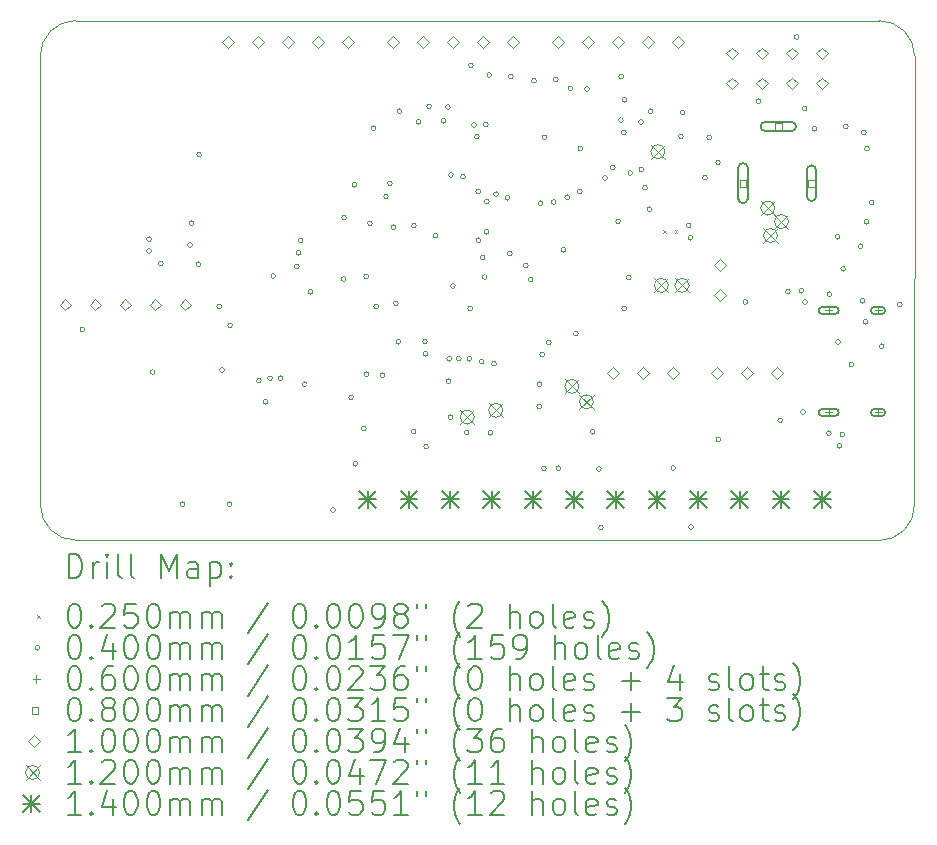
<source format=gbr>
%TF.GenerationSoftware,KiCad,Pcbnew,7.0.2-0*%
%TF.CreationDate,2023-09-20T20:36:27-05:00*%
%TF.ProjectId,spudglo_driver_v5p0,73707564-676c-46f5-9f64-72697665725f,rev?*%
%TF.SameCoordinates,Original*%
%TF.FileFunction,Drillmap*%
%TF.FilePolarity,Positive*%
%FSLAX45Y45*%
G04 Gerber Fmt 4.5, Leading zero omitted, Abs format (unit mm)*
G04 Created by KiCad (PCBNEW 7.0.2-0) date 2023-09-20 20:36:27*
%MOMM*%
%LPD*%
G01*
G04 APERTURE LIST*
%ADD10C,0.100000*%
%ADD11C,0.200000*%
%ADD12C,0.025000*%
%ADD13C,0.040000*%
%ADD14C,0.060000*%
%ADD15C,0.080000*%
%ADD16C,0.120000*%
%ADD17C,0.140000*%
G04 APERTURE END LIST*
D10*
X13958757Y-17796230D02*
G75*
G03*
X14257500Y-17495000I3J298750D01*
G01*
X14257500Y-17495000D02*
X14258728Y-13693743D01*
X14258720Y-13693743D02*
G75*
G03*
X13957500Y-13395000I-298750J3D01*
G01*
X6856620Y-17495376D02*
X6855880Y-13695349D01*
X13957500Y-13395000D02*
X7154624Y-13394120D01*
X6856620Y-17495376D02*
G75*
G03*
X7157849Y-17794119I298750J-4D01*
G01*
X7154624Y-13394120D02*
G75*
G03*
X6855880Y-13695349I0J-298754D01*
G01*
X13958757Y-17796229D02*
X7157849Y-17794120D01*
D11*
D12*
X12125581Y-15171500D02*
X12150581Y-15196500D01*
X12150581Y-15171500D02*
X12125581Y-15196500D01*
X12225581Y-15171500D02*
X12250581Y-15196500D01*
X12250581Y-15171500D02*
X12225581Y-15196500D01*
D13*
X7232500Y-16010000D02*
G75*
G03*
X7232500Y-16010000I-20000J0D01*
G01*
X7796217Y-15344947D02*
G75*
G03*
X7796217Y-15344947I-20000J0D01*
G01*
X7797000Y-15245000D02*
G75*
G03*
X7797000Y-15245000I-20000J0D01*
G01*
X7827081Y-16370000D02*
G75*
G03*
X7827081Y-16370000I-20000J0D01*
G01*
X7896155Y-15450000D02*
G75*
G03*
X7896155Y-15450000I-20000J0D01*
G01*
X8079081Y-17487924D02*
G75*
G03*
X8079081Y-17487924I-20000J0D01*
G01*
X8143031Y-15294000D02*
G75*
G03*
X8143031Y-15294000I-20000J0D01*
G01*
X8156121Y-15108421D02*
G75*
G03*
X8156121Y-15108421I-20000J0D01*
G01*
X8214081Y-15457000D02*
G75*
G03*
X8214081Y-15457000I-20000J0D01*
G01*
X8220450Y-14528800D02*
G75*
G03*
X8220450Y-14528800I-20000J0D01*
G01*
X8390081Y-15814000D02*
G75*
G03*
X8390081Y-15814000I-20000J0D01*
G01*
X8415081Y-16352000D02*
G75*
G03*
X8415081Y-16352000I-20000J0D01*
G01*
X8479081Y-17487924D02*
G75*
G03*
X8479081Y-17487924I-20000J0D01*
G01*
X8482707Y-15974174D02*
G75*
G03*
X8482707Y-15974174I-20000J0D01*
G01*
X8727581Y-16442500D02*
G75*
G03*
X8727581Y-16442500I-20000J0D01*
G01*
X8783081Y-16623000D02*
G75*
G03*
X8783081Y-16623000I-20000J0D01*
G01*
X8821081Y-16422000D02*
G75*
G03*
X8821081Y-16422000I-20000J0D01*
G01*
X8848081Y-15556000D02*
G75*
G03*
X8848081Y-15556000I-20000J0D01*
G01*
X8910081Y-16422000D02*
G75*
G03*
X8910081Y-16422000I-20000J0D01*
G01*
X9048081Y-15476000D02*
G75*
G03*
X9048081Y-15476000I-20000J0D01*
G01*
X9060781Y-15360900D02*
G75*
G03*
X9060781Y-15360900I-20000J0D01*
G01*
X9080081Y-15257000D02*
G75*
G03*
X9080081Y-15257000I-20000J0D01*
G01*
X9115081Y-16473000D02*
G75*
G03*
X9115081Y-16473000I-20000J0D01*
G01*
X9162381Y-15691100D02*
G75*
G03*
X9162381Y-15691100I-20000J0D01*
G01*
X9355000Y-17537500D02*
G75*
G03*
X9355000Y-17537500I-20000J0D01*
G01*
X9444081Y-15582000D02*
G75*
G03*
X9444081Y-15582000I-20000J0D01*
G01*
X9447602Y-15062400D02*
G75*
G03*
X9447602Y-15062400I-20000J0D01*
G01*
X9507081Y-16585000D02*
G75*
G03*
X9507081Y-16585000I-20000J0D01*
G01*
X9535081Y-14785000D02*
G75*
G03*
X9535081Y-14785000I-20000J0D01*
G01*
X9542500Y-17147500D02*
G75*
G03*
X9542500Y-17147500I-20000J0D01*
G01*
X9614631Y-16848000D02*
G75*
G03*
X9614631Y-16848000I-20000J0D01*
G01*
X9635081Y-15561000D02*
G75*
G03*
X9635081Y-15561000I-20000J0D01*
G01*
X9637500Y-16387500D02*
G75*
G03*
X9637500Y-16387500I-20000J0D01*
G01*
X9667081Y-15111000D02*
G75*
G03*
X9667081Y-15111000I-20000J0D01*
G01*
X9697081Y-14306000D02*
G75*
G03*
X9697081Y-14306000I-20000J0D01*
G01*
X9720081Y-15815000D02*
G75*
G03*
X9720081Y-15815000I-20000J0D01*
G01*
X9773600Y-16395700D02*
G75*
G03*
X9773600Y-16395700I-20000J0D01*
G01*
X9803081Y-14884000D02*
G75*
G03*
X9803081Y-14884000I-20000J0D01*
G01*
X9836081Y-14772000D02*
G75*
G03*
X9836081Y-14772000I-20000J0D01*
G01*
X9866631Y-15143178D02*
G75*
G03*
X9866631Y-15143178I-20000J0D01*
G01*
X9887081Y-15787500D02*
G75*
G03*
X9887081Y-15787500I-20000J0D01*
G01*
X9907081Y-16114000D02*
G75*
G03*
X9907081Y-16114000I-20000J0D01*
G01*
X9916081Y-14162200D02*
G75*
G03*
X9916081Y-14162200I-20000J0D01*
G01*
X10037500Y-16875000D02*
G75*
G03*
X10037500Y-16875000I-20000J0D01*
G01*
X10039081Y-15131000D02*
G75*
G03*
X10039081Y-15131000I-20000J0D01*
G01*
X10078081Y-14252000D02*
G75*
G03*
X10078081Y-14252000I-20000J0D01*
G01*
X10133081Y-16111200D02*
G75*
G03*
X10133081Y-16111200I-20000J0D01*
G01*
X10137005Y-16214924D02*
G75*
G03*
X10137005Y-16214924I-20000J0D01*
G01*
X10142500Y-17002500D02*
G75*
G03*
X10142500Y-17002500I-20000J0D01*
G01*
X10168081Y-14120000D02*
G75*
G03*
X10168081Y-14120000I-20000J0D01*
G01*
X10222081Y-15215000D02*
G75*
G03*
X10222081Y-15215000I-20000J0D01*
G01*
X10289081Y-14244000D02*
G75*
G03*
X10289081Y-14244000I-20000J0D01*
G01*
X10326631Y-14126783D02*
G75*
G03*
X10326631Y-14126783I-20000J0D01*
G01*
X10332400Y-16446500D02*
G75*
G03*
X10332400Y-16446500I-20000J0D01*
G01*
X10338381Y-16257500D02*
G75*
G03*
X10338381Y-16257500I-20000J0D01*
G01*
X10350000Y-16752500D02*
G75*
G03*
X10350000Y-16752500I-20000J0D01*
G01*
X10352081Y-14701000D02*
G75*
G03*
X10352081Y-14701000I-20000J0D01*
G01*
X10369021Y-15641061D02*
G75*
G03*
X10369021Y-15641061I-20000J0D01*
G01*
X10369021Y-15641061D02*
G75*
G03*
X10369021Y-15641061I-20000J0D01*
G01*
X10419681Y-16257500D02*
G75*
G03*
X10419681Y-16257500I-20000J0D01*
G01*
X10455081Y-14717000D02*
G75*
G03*
X10455081Y-14717000I-20000J0D01*
G01*
X10485000Y-16882500D02*
G75*
G03*
X10485000Y-16882500I-20000J0D01*
G01*
X10508581Y-16257500D02*
G75*
G03*
X10508581Y-16257500I-20000J0D01*
G01*
X10516381Y-15833200D02*
G75*
G03*
X10516381Y-15833200I-20000J0D01*
G01*
X10522081Y-13774000D02*
G75*
G03*
X10522081Y-13774000I-20000J0D01*
G01*
X10547214Y-14278070D02*
G75*
G03*
X10547214Y-14278070I-20000J0D01*
G01*
X10573081Y-14377000D02*
G75*
G03*
X10573081Y-14377000I-20000J0D01*
G01*
X10583269Y-14840950D02*
G75*
G03*
X10583269Y-14840950I-20000J0D01*
G01*
X10584174Y-15253435D02*
G75*
G03*
X10584174Y-15253435I-20000J0D01*
G01*
X10613331Y-16282500D02*
G75*
G03*
X10613331Y-16282500I-20000J0D01*
G01*
X10621081Y-15401000D02*
G75*
G03*
X10621081Y-15401000I-20000J0D01*
G01*
X10637581Y-15565500D02*
G75*
G03*
X10637581Y-15565500I-20000J0D01*
G01*
X10647081Y-14274000D02*
G75*
G03*
X10647081Y-14274000I-20000J0D01*
G01*
X10654638Y-15182548D02*
G75*
G03*
X10654638Y-15182548I-20000J0D01*
G01*
X10655719Y-14925000D02*
G75*
G03*
X10655719Y-14925000I-20000J0D01*
G01*
X10676546Y-13855465D02*
G75*
G03*
X10676546Y-13855465I-20000J0D01*
G01*
X10688000Y-16885000D02*
G75*
G03*
X10688000Y-16885000I-20000J0D01*
G01*
X10717081Y-16300000D02*
G75*
G03*
X10717081Y-16300000I-20000J0D01*
G01*
X10734843Y-14863932D02*
G75*
G03*
X10734843Y-14863932I-20000J0D01*
G01*
X10830081Y-14894259D02*
G75*
G03*
X10830081Y-14894259I-20000J0D01*
G01*
X10851081Y-15365000D02*
G75*
G03*
X10851081Y-15365000I-20000J0D01*
G01*
X10859081Y-13866000D02*
G75*
G03*
X10859081Y-13866000I-20000J0D01*
G01*
X10987081Y-15469000D02*
G75*
G03*
X10987081Y-15469000I-20000J0D01*
G01*
X11028081Y-15588000D02*
G75*
G03*
X11028081Y-15588000I-20000J0D01*
G01*
X11056081Y-13903000D02*
G75*
G03*
X11056081Y-13903000I-20000J0D01*
G01*
X11100531Y-16662000D02*
G75*
G03*
X11100531Y-16662000I-20000J0D01*
G01*
X11104081Y-16471900D02*
G75*
G03*
X11104081Y-16471900I-20000J0D01*
G01*
X11113081Y-14940000D02*
G75*
G03*
X11113081Y-14940000I-20000J0D01*
G01*
X11126081Y-16221000D02*
G75*
G03*
X11126081Y-16221000I-20000J0D01*
G01*
X11140000Y-17185000D02*
G75*
G03*
X11140000Y-17185000I-20000J0D01*
G01*
X11145081Y-14383000D02*
G75*
G03*
X11145081Y-14383000I-20000J0D01*
G01*
X11182081Y-16120000D02*
G75*
G03*
X11182081Y-16120000I-20000J0D01*
G01*
X11222081Y-14930000D02*
G75*
G03*
X11222081Y-14930000I-20000J0D01*
G01*
X11240081Y-13892000D02*
G75*
G03*
X11240081Y-13892000I-20000J0D01*
G01*
X11262500Y-17184950D02*
G75*
G03*
X11262500Y-17184950I-20000J0D01*
G01*
X11305081Y-15336000D02*
G75*
G03*
X11305081Y-15336000I-20000J0D01*
G01*
X11337081Y-14890000D02*
G75*
G03*
X11337081Y-14890000I-20000J0D01*
G01*
X11365081Y-13969000D02*
G75*
G03*
X11365081Y-13969000I-20000J0D01*
G01*
X11411081Y-16044000D02*
G75*
G03*
X11411081Y-16044000I-20000J0D01*
G01*
X11443196Y-14839791D02*
G75*
G03*
X11443196Y-14839791I-20000J0D01*
G01*
X11449081Y-14478000D02*
G75*
G03*
X11449081Y-14478000I-20000J0D01*
G01*
X11505670Y-13973170D02*
G75*
G03*
X11505670Y-13973170I-20000J0D01*
G01*
X11552500Y-16875000D02*
G75*
G03*
X11552500Y-16875000I-20000J0D01*
G01*
X11605000Y-17190000D02*
G75*
G03*
X11605000Y-17190000I-20000J0D01*
G01*
X11622500Y-17687500D02*
G75*
G03*
X11622500Y-17687500I-20000J0D01*
G01*
X11657693Y-14727754D02*
G75*
G03*
X11657693Y-14727754I-20000J0D01*
G01*
X11724081Y-14639000D02*
G75*
G03*
X11724081Y-14639000I-20000J0D01*
G01*
X11768081Y-15094000D02*
G75*
G03*
X11768081Y-15094000I-20000J0D01*
G01*
X11791081Y-14237000D02*
G75*
G03*
X11791081Y-14237000I-20000J0D01*
G01*
X11794081Y-13868000D02*
G75*
G03*
X11794081Y-13868000I-20000J0D01*
G01*
X11816081Y-14341000D02*
G75*
G03*
X11816081Y-14341000I-20000J0D01*
G01*
X11821081Y-15832000D02*
G75*
G03*
X11821081Y-15832000I-20000J0D01*
G01*
X11821581Y-14065500D02*
G75*
G03*
X11821581Y-14065500I-20000J0D01*
G01*
X11858581Y-15568500D02*
G75*
G03*
X11858581Y-15568500I-20000J0D01*
G01*
X11870450Y-14685000D02*
G75*
G03*
X11870450Y-14685000I-20000J0D01*
G01*
X11962081Y-14253000D02*
G75*
G03*
X11962081Y-14253000I-20000J0D01*
G01*
X11965746Y-14654856D02*
G75*
G03*
X11965746Y-14654856I-20000J0D01*
G01*
X11995581Y-14809500D02*
G75*
G03*
X11995581Y-14809500I-20000J0D01*
G01*
X12032081Y-14991000D02*
G75*
G03*
X12032081Y-14991000I-20000J0D01*
G01*
X12044081Y-14162000D02*
G75*
G03*
X12044081Y-14162000I-20000J0D01*
G01*
X12235000Y-17182500D02*
G75*
G03*
X12235000Y-17182500I-20000J0D01*
G01*
X12299647Y-14374103D02*
G75*
G03*
X12299647Y-14374103I-20000J0D01*
G01*
X12313600Y-14173200D02*
G75*
G03*
X12313600Y-14173200I-20000J0D01*
G01*
X12365081Y-15130000D02*
G75*
G03*
X12365081Y-15130000I-20000J0D01*
G01*
X12379081Y-15234000D02*
G75*
G03*
X12379081Y-15234000I-20000J0D01*
G01*
X12379081Y-15234000D02*
G75*
G03*
X12379081Y-15234000I-20000J0D01*
G01*
X12385000Y-17682500D02*
G75*
G03*
X12385000Y-17682500I-20000J0D01*
G01*
X12503685Y-14724396D02*
G75*
G03*
X12503685Y-14724396I-20000J0D01*
G01*
X12539000Y-14385550D02*
G75*
G03*
X12539000Y-14385550I-20000J0D01*
G01*
X12614000Y-14595000D02*
G75*
G03*
X12614000Y-14595000I-20000J0D01*
G01*
X12617500Y-16940000D02*
G75*
G03*
X12617500Y-16940000I-20000J0D01*
G01*
X12845000Y-15777500D02*
G75*
G03*
X12845000Y-15777500I-20000J0D01*
G01*
X12957360Y-14078000D02*
G75*
G03*
X12957360Y-14078000I-20000J0D01*
G01*
X13140081Y-16778000D02*
G75*
G03*
X13140081Y-16778000I-20000J0D01*
G01*
X13206081Y-15690000D02*
G75*
G03*
X13206081Y-15690000I-20000J0D01*
G01*
X13280174Y-13533167D02*
G75*
G03*
X13280174Y-13533167I-20000J0D01*
G01*
X13319081Y-15682000D02*
G75*
G03*
X13319081Y-15682000I-20000J0D01*
G01*
X13333081Y-16709000D02*
G75*
G03*
X13333081Y-16709000I-20000J0D01*
G01*
X13347000Y-14140000D02*
G75*
G03*
X13347000Y-14140000I-20000J0D01*
G01*
X13351449Y-15776564D02*
G75*
G03*
X13351449Y-15776564I-20000J0D01*
G01*
X13430031Y-14311050D02*
G75*
G03*
X13430031Y-14311050I-20000J0D01*
G01*
X13552500Y-16887500D02*
G75*
G03*
X13552500Y-16887500I-20000J0D01*
G01*
X13556081Y-15710000D02*
G75*
G03*
X13556081Y-15710000I-20000J0D01*
G01*
X13626081Y-15224000D02*
G75*
G03*
X13626081Y-15224000I-20000J0D01*
G01*
X13629131Y-16116000D02*
G75*
G03*
X13629131Y-16116000I-20000J0D01*
G01*
X13643081Y-16995500D02*
G75*
G03*
X13643081Y-16995500I-20000J0D01*
G01*
X13667841Y-16898665D02*
G75*
G03*
X13667841Y-16898665I-20000J0D01*
G01*
X13673081Y-15496000D02*
G75*
G03*
X13673081Y-15496000I-20000J0D01*
G01*
X13695550Y-14292450D02*
G75*
G03*
X13695550Y-14292450I-20000J0D01*
G01*
X13743081Y-16305000D02*
G75*
G03*
X13743081Y-16305000I-20000J0D01*
G01*
X13822081Y-15305000D02*
G75*
G03*
X13822081Y-15305000I-20000J0D01*
G01*
X13835981Y-15767300D02*
G75*
G03*
X13835981Y-15767300I-20000J0D01*
G01*
X13849000Y-14341000D02*
G75*
G03*
X13849000Y-14341000I-20000J0D01*
G01*
X13861381Y-15945100D02*
G75*
G03*
X13861381Y-15945100I-20000J0D01*
G01*
X13871081Y-15097000D02*
G75*
G03*
X13871081Y-15097000I-20000J0D01*
G01*
X13875095Y-14479710D02*
G75*
G03*
X13875095Y-14479710I-20000J0D01*
G01*
X13914036Y-14934964D02*
G75*
G03*
X13914036Y-14934964I-20000J0D01*
G01*
X13999081Y-16152000D02*
G75*
G03*
X13999081Y-16152000I-20000J0D01*
G01*
X14154031Y-15798800D02*
G75*
G03*
X14154031Y-15798800I-20000J0D01*
G01*
D14*
X13531081Y-15818000D02*
X13531081Y-15878000D01*
X13501081Y-15848000D02*
X13561081Y-15848000D01*
D11*
X13476081Y-15878000D02*
X13586081Y-15878000D01*
X13586081Y-15878000D02*
G75*
G03*
X13586081Y-15818000I0J30000D01*
G01*
X13586081Y-15818000D02*
X13476081Y-15818000D01*
X13476081Y-15818000D02*
G75*
G03*
X13476081Y-15878000I0J-30000D01*
G01*
D14*
X13531081Y-16682000D02*
X13531081Y-16742000D01*
X13501081Y-16712000D02*
X13561081Y-16712000D01*
D11*
X13476081Y-16742000D02*
X13586081Y-16742000D01*
X13586081Y-16742000D02*
G75*
G03*
X13586081Y-16682000I0J30000D01*
G01*
X13586081Y-16682000D02*
X13476081Y-16682000D01*
X13476081Y-16682000D02*
G75*
G03*
X13476081Y-16742000I0J-30000D01*
G01*
D14*
X13949081Y-15818000D02*
X13949081Y-15878000D01*
X13919081Y-15848000D02*
X13979081Y-15848000D01*
D11*
X13919081Y-15878000D02*
X13979081Y-15878000D01*
X13979081Y-15878000D02*
G75*
G03*
X13979081Y-15818000I0J30000D01*
G01*
X13979081Y-15818000D02*
X13919081Y-15818000D01*
X13919081Y-15818000D02*
G75*
G03*
X13919081Y-15878000I0J-30000D01*
G01*
D14*
X13949081Y-16682000D02*
X13949081Y-16742000D01*
X13919081Y-16712000D02*
X13979081Y-16712000D01*
D11*
X13919081Y-16742000D02*
X13979081Y-16742000D01*
X13979081Y-16742000D02*
G75*
G03*
X13979081Y-16682000I0J30000D01*
G01*
X13979081Y-16682000D02*
X13919081Y-16682000D01*
X13919081Y-16682000D02*
G75*
G03*
X13919081Y-16742000I0J-30000D01*
G01*
D15*
X12833366Y-14799284D02*
X12833366Y-14742715D01*
X12776797Y-14742715D01*
X12776797Y-14799284D01*
X12833366Y-14799284D01*
D11*
X12845081Y-14901000D02*
X12845081Y-14641000D01*
X12845081Y-14641000D02*
G75*
G03*
X12765081Y-14641000I-40000J0D01*
G01*
X12765081Y-14641000D02*
X12765081Y-14901000D01*
X12765081Y-14901000D02*
G75*
G03*
X12845081Y-14901000I40000J0D01*
G01*
D15*
X13133366Y-14319284D02*
X13133366Y-14262715D01*
X13076797Y-14262715D01*
X13076797Y-14319284D01*
X13133366Y-14319284D01*
D11*
X13215081Y-14251000D02*
X12995081Y-14251000D01*
X12995081Y-14251000D02*
G75*
G03*
X12995081Y-14331000I0J-40000D01*
G01*
X12995081Y-14331000D02*
X13215081Y-14331000D01*
X13215081Y-14331000D02*
G75*
G03*
X13215081Y-14251000I0J40000D01*
G01*
D15*
X13413366Y-14799284D02*
X13413366Y-14742715D01*
X13356797Y-14742715D01*
X13356797Y-14799284D01*
X13413366Y-14799284D01*
D11*
X13425081Y-14881000D02*
X13425081Y-14661000D01*
X13425081Y-14661000D02*
G75*
G03*
X13345081Y-14661000I-40000J0D01*
G01*
X13345081Y-14661000D02*
X13345081Y-14881000D01*
X13345081Y-14881000D02*
G75*
G03*
X13425081Y-14881000I40000J0D01*
G01*
D10*
X7069155Y-15848890D02*
X7119155Y-15798890D01*
X7069155Y-15748890D01*
X7019155Y-15798890D01*
X7069155Y-15848890D01*
X7323155Y-15848890D02*
X7373155Y-15798890D01*
X7323155Y-15748890D01*
X7273155Y-15798890D01*
X7323155Y-15848890D01*
X7577155Y-15848890D02*
X7627155Y-15798890D01*
X7577155Y-15748890D01*
X7527155Y-15798890D01*
X7577155Y-15848890D01*
X7831155Y-15848890D02*
X7881155Y-15798890D01*
X7831155Y-15748890D01*
X7781155Y-15798890D01*
X7831155Y-15848890D01*
X8085155Y-15848890D02*
X8135155Y-15798890D01*
X8085155Y-15748890D01*
X8035155Y-15798890D01*
X8085155Y-15848890D01*
X8446696Y-13626329D02*
X8496696Y-13576329D01*
X8446696Y-13526329D01*
X8396696Y-13576329D01*
X8446696Y-13626329D01*
X8700696Y-13626329D02*
X8750696Y-13576329D01*
X8700696Y-13526329D01*
X8650696Y-13576329D01*
X8700696Y-13626329D01*
X8954696Y-13626329D02*
X9004696Y-13576329D01*
X8954696Y-13526329D01*
X8904696Y-13576329D01*
X8954696Y-13626329D01*
X9208696Y-13626329D02*
X9258696Y-13576329D01*
X9208696Y-13526329D01*
X9158696Y-13576329D01*
X9208696Y-13626329D01*
X9462696Y-13626329D02*
X9512696Y-13576329D01*
X9462696Y-13526329D01*
X9412696Y-13576329D01*
X9462696Y-13626329D01*
X9845099Y-13627048D02*
X9895099Y-13577048D01*
X9845099Y-13527048D01*
X9795099Y-13577048D01*
X9845099Y-13627048D01*
X10099099Y-13627048D02*
X10149099Y-13577048D01*
X10099099Y-13527048D01*
X10049099Y-13577048D01*
X10099099Y-13627048D01*
X10353099Y-13627048D02*
X10403099Y-13577048D01*
X10353099Y-13527048D01*
X10303099Y-13577048D01*
X10353099Y-13627048D01*
X10607099Y-13627048D02*
X10657099Y-13577048D01*
X10607099Y-13527048D01*
X10557099Y-13577048D01*
X10607099Y-13627048D01*
X10861099Y-13627048D02*
X10911099Y-13577048D01*
X10861099Y-13527048D01*
X10811099Y-13577048D01*
X10861099Y-13627048D01*
X11241007Y-13626909D02*
X11291007Y-13576909D01*
X11241007Y-13526909D01*
X11191007Y-13576909D01*
X11241007Y-13626909D01*
X11495007Y-13626909D02*
X11545007Y-13576909D01*
X11495007Y-13526909D01*
X11445007Y-13576909D01*
X11495007Y-13626909D01*
X11707081Y-16427000D02*
X11757081Y-16377000D01*
X11707081Y-16327000D01*
X11657081Y-16377000D01*
X11707081Y-16427000D01*
X11749007Y-13626909D02*
X11799007Y-13576909D01*
X11749007Y-13526909D01*
X11699007Y-13576909D01*
X11749007Y-13626909D01*
X11961081Y-16427000D02*
X12011081Y-16377000D01*
X11961081Y-16327000D01*
X11911081Y-16377000D01*
X11961081Y-16427000D01*
X12003007Y-13626909D02*
X12053007Y-13576909D01*
X12003007Y-13526909D01*
X11953007Y-13576909D01*
X12003007Y-13626909D01*
X12215081Y-16427000D02*
X12265081Y-16377000D01*
X12215081Y-16327000D01*
X12165081Y-16377000D01*
X12215081Y-16427000D01*
X12257007Y-13626909D02*
X12307007Y-13576909D01*
X12257007Y-13526909D01*
X12207007Y-13576909D01*
X12257007Y-13626909D01*
X12588081Y-16431000D02*
X12638081Y-16381000D01*
X12588081Y-16331000D01*
X12538081Y-16381000D01*
X12588081Y-16431000D01*
X12608081Y-15517000D02*
X12658081Y-15467000D01*
X12608081Y-15417000D01*
X12558081Y-15467000D01*
X12608081Y-15517000D01*
X12608081Y-15771000D02*
X12658081Y-15721000D01*
X12608081Y-15671000D01*
X12558081Y-15721000D01*
X12608081Y-15771000D01*
X12714000Y-13723000D02*
X12764000Y-13673000D01*
X12714000Y-13623000D01*
X12664000Y-13673000D01*
X12714000Y-13723000D01*
X12714000Y-13977000D02*
X12764000Y-13927000D01*
X12714000Y-13877000D01*
X12664000Y-13927000D01*
X12714000Y-13977000D01*
X12842081Y-16431000D02*
X12892081Y-16381000D01*
X12842081Y-16331000D01*
X12792081Y-16381000D01*
X12842081Y-16431000D01*
X12968000Y-13723000D02*
X13018000Y-13673000D01*
X12968000Y-13623000D01*
X12918000Y-13673000D01*
X12968000Y-13723000D01*
X12968000Y-13977000D02*
X13018000Y-13927000D01*
X12968000Y-13877000D01*
X12918000Y-13927000D01*
X12968000Y-13977000D01*
X13096081Y-16431000D02*
X13146081Y-16381000D01*
X13096081Y-16331000D01*
X13046081Y-16381000D01*
X13096081Y-16431000D01*
X13222000Y-13723000D02*
X13272000Y-13673000D01*
X13222000Y-13623000D01*
X13172000Y-13673000D01*
X13222000Y-13723000D01*
X13222000Y-13977000D02*
X13272000Y-13927000D01*
X13222000Y-13877000D01*
X13172000Y-13927000D01*
X13222000Y-13977000D01*
X13476000Y-13723000D02*
X13526000Y-13673000D01*
X13476000Y-13623000D01*
X13426000Y-13673000D01*
X13476000Y-13723000D01*
X13476000Y-13977000D02*
X13526000Y-13927000D01*
X13476000Y-13877000D01*
X13426000Y-13927000D01*
X13476000Y-13977000D01*
D16*
X10410000Y-16691000D02*
X10530000Y-16811000D01*
X10530000Y-16691000D02*
X10410000Y-16811000D01*
X10530000Y-16751000D02*
G75*
G03*
X10530000Y-16751000I-60000J0D01*
G01*
X10652081Y-16634000D02*
X10772081Y-16754000D01*
X10772081Y-16634000D02*
X10652081Y-16754000D01*
X10772081Y-16694000D02*
G75*
G03*
X10772081Y-16694000I-60000J0D01*
G01*
X11296541Y-16431541D02*
X11416541Y-16551541D01*
X11416541Y-16431541D02*
X11296541Y-16551541D01*
X11416541Y-16491541D02*
G75*
G03*
X11416541Y-16491541I-60000J0D01*
G01*
X11420081Y-16562000D02*
X11540081Y-16682000D01*
X11540081Y-16562000D02*
X11420081Y-16682000D01*
X11540081Y-16622000D02*
G75*
G03*
X11540081Y-16622000I-60000J0D01*
G01*
X12024952Y-14444607D02*
X12144952Y-14564607D01*
X12144952Y-14444607D02*
X12024952Y-14564607D01*
X12144952Y-14504607D02*
G75*
G03*
X12144952Y-14504607I-60000J0D01*
G01*
X12054081Y-15576000D02*
X12174081Y-15696000D01*
X12174081Y-15576000D02*
X12054081Y-15696000D01*
X12174081Y-15636000D02*
G75*
G03*
X12174081Y-15636000I-60000J0D01*
G01*
X12229081Y-15576000D02*
X12349081Y-15696000D01*
X12349081Y-15576000D02*
X12229081Y-15696000D01*
X12349081Y-15636000D02*
G75*
G03*
X12349081Y-15636000I-60000J0D01*
G01*
X12955581Y-14921500D02*
X13075581Y-15041500D01*
X13075581Y-14921500D02*
X12955581Y-15041500D01*
X13075581Y-14981500D02*
G75*
G03*
X13075581Y-14981500I-60000J0D01*
G01*
X12955581Y-14921500D02*
X13075581Y-15041500D01*
X13075581Y-14921500D02*
X12955581Y-15041500D01*
X13075581Y-14981500D02*
G75*
G03*
X13075581Y-14981500I-60000J0D01*
G01*
X12979081Y-15154000D02*
X13099081Y-15274000D01*
X13099081Y-15154000D02*
X12979081Y-15274000D01*
X13099081Y-15214000D02*
G75*
G03*
X13099081Y-15214000I-60000J0D01*
G01*
X13070581Y-15036500D02*
X13190581Y-15156500D01*
X13190581Y-15036500D02*
X13070581Y-15156500D01*
X13190581Y-15096500D02*
G75*
G03*
X13190581Y-15096500I-60000J0D01*
G01*
D17*
X9558081Y-17378999D02*
X9698081Y-17518999D01*
X9698081Y-17378999D02*
X9558081Y-17518999D01*
X9628081Y-17378999D02*
X9628081Y-17518999D01*
X9558081Y-17448999D02*
X9698081Y-17448999D01*
X9908081Y-17378999D02*
X10048081Y-17518999D01*
X10048081Y-17378999D02*
X9908081Y-17518999D01*
X9978081Y-17378999D02*
X9978081Y-17518999D01*
X9908081Y-17448999D02*
X10048081Y-17448999D01*
X10258081Y-17378999D02*
X10398081Y-17518999D01*
X10398081Y-17378999D02*
X10258081Y-17518999D01*
X10328081Y-17378999D02*
X10328081Y-17518999D01*
X10258081Y-17448999D02*
X10398081Y-17448999D01*
X10608081Y-17378999D02*
X10748081Y-17518999D01*
X10748081Y-17378999D02*
X10608081Y-17518999D01*
X10678081Y-17378999D02*
X10678081Y-17518999D01*
X10608081Y-17448999D02*
X10748081Y-17448999D01*
X10958081Y-17378999D02*
X11098081Y-17518999D01*
X11098081Y-17378999D02*
X10958081Y-17518999D01*
X11028081Y-17378999D02*
X11028081Y-17518999D01*
X10958081Y-17448999D02*
X11098081Y-17448999D01*
X11308081Y-17378999D02*
X11448081Y-17518999D01*
X11448081Y-17378999D02*
X11308081Y-17518999D01*
X11378081Y-17378999D02*
X11378081Y-17518999D01*
X11308081Y-17448999D02*
X11448081Y-17448999D01*
X11658081Y-17378999D02*
X11798081Y-17518999D01*
X11798081Y-17378999D02*
X11658081Y-17518999D01*
X11728081Y-17378999D02*
X11728081Y-17518999D01*
X11658081Y-17448999D02*
X11798081Y-17448999D01*
X12008081Y-17378999D02*
X12148081Y-17518999D01*
X12148081Y-17378999D02*
X12008081Y-17518999D01*
X12078081Y-17378999D02*
X12078081Y-17518999D01*
X12008081Y-17448999D02*
X12148081Y-17448999D01*
X12358081Y-17378999D02*
X12498081Y-17518999D01*
X12498081Y-17378999D02*
X12358081Y-17518999D01*
X12428081Y-17378999D02*
X12428081Y-17518999D01*
X12358081Y-17448999D02*
X12498081Y-17448999D01*
X12708081Y-17378999D02*
X12848081Y-17518999D01*
X12848081Y-17378999D02*
X12708081Y-17518999D01*
X12778081Y-17378999D02*
X12778081Y-17518999D01*
X12708081Y-17448999D02*
X12848081Y-17448999D01*
X13058081Y-17378999D02*
X13198081Y-17518999D01*
X13198081Y-17378999D02*
X13058081Y-17518999D01*
X13128081Y-17378999D02*
X13128081Y-17518999D01*
X13058081Y-17448999D02*
X13198081Y-17448999D01*
X13408081Y-17378999D02*
X13548081Y-17518999D01*
X13548081Y-17378999D02*
X13408081Y-17518999D01*
X13478081Y-17378999D02*
X13478081Y-17518999D01*
X13408081Y-17448999D02*
X13548081Y-17448999D01*
D11*
X7098489Y-18113754D02*
X7098489Y-17913754D01*
X7098489Y-17913754D02*
X7146108Y-17913754D01*
X7146108Y-17913754D02*
X7174680Y-17923278D01*
X7174680Y-17923278D02*
X7193727Y-17942326D01*
X7193727Y-17942326D02*
X7203251Y-17961373D01*
X7203251Y-17961373D02*
X7212775Y-17999468D01*
X7212775Y-17999468D02*
X7212775Y-18028040D01*
X7212775Y-18028040D02*
X7203251Y-18066135D01*
X7203251Y-18066135D02*
X7193727Y-18085183D01*
X7193727Y-18085183D02*
X7174680Y-18104230D01*
X7174680Y-18104230D02*
X7146108Y-18113754D01*
X7146108Y-18113754D02*
X7098489Y-18113754D01*
X7298489Y-18113754D02*
X7298489Y-17980421D01*
X7298489Y-18018516D02*
X7308013Y-17999468D01*
X7308013Y-17999468D02*
X7317537Y-17989945D01*
X7317537Y-17989945D02*
X7336584Y-17980421D01*
X7336584Y-17980421D02*
X7355632Y-17980421D01*
X7422299Y-18113754D02*
X7422299Y-17980421D01*
X7422299Y-17913754D02*
X7412775Y-17923278D01*
X7412775Y-17923278D02*
X7422299Y-17932802D01*
X7422299Y-17932802D02*
X7431823Y-17923278D01*
X7431823Y-17923278D02*
X7422299Y-17913754D01*
X7422299Y-17913754D02*
X7422299Y-17932802D01*
X7546108Y-18113754D02*
X7527061Y-18104230D01*
X7527061Y-18104230D02*
X7517537Y-18085183D01*
X7517537Y-18085183D02*
X7517537Y-17913754D01*
X7650870Y-18113754D02*
X7631823Y-18104230D01*
X7631823Y-18104230D02*
X7622299Y-18085183D01*
X7622299Y-18085183D02*
X7622299Y-17913754D01*
X7879442Y-18113754D02*
X7879442Y-17913754D01*
X7879442Y-17913754D02*
X7946108Y-18056611D01*
X7946108Y-18056611D02*
X8012775Y-17913754D01*
X8012775Y-17913754D02*
X8012775Y-18113754D01*
X8193727Y-18113754D02*
X8193727Y-18008992D01*
X8193727Y-18008992D02*
X8184204Y-17989945D01*
X8184204Y-17989945D02*
X8165156Y-17980421D01*
X8165156Y-17980421D02*
X8127061Y-17980421D01*
X8127061Y-17980421D02*
X8108013Y-17989945D01*
X8193727Y-18104230D02*
X8174680Y-18113754D01*
X8174680Y-18113754D02*
X8127061Y-18113754D01*
X8127061Y-18113754D02*
X8108013Y-18104230D01*
X8108013Y-18104230D02*
X8098489Y-18085183D01*
X8098489Y-18085183D02*
X8098489Y-18066135D01*
X8098489Y-18066135D02*
X8108013Y-18047087D01*
X8108013Y-18047087D02*
X8127061Y-18037564D01*
X8127061Y-18037564D02*
X8174680Y-18037564D01*
X8174680Y-18037564D02*
X8193727Y-18028040D01*
X8288965Y-17980421D02*
X8288965Y-18180421D01*
X8288965Y-17989945D02*
X8308013Y-17980421D01*
X8308013Y-17980421D02*
X8346108Y-17980421D01*
X8346108Y-17980421D02*
X8365156Y-17989945D01*
X8365156Y-17989945D02*
X8374680Y-17999468D01*
X8374680Y-17999468D02*
X8384204Y-18018516D01*
X8384204Y-18018516D02*
X8384204Y-18075659D01*
X8384204Y-18075659D02*
X8374680Y-18094706D01*
X8374680Y-18094706D02*
X8365156Y-18104230D01*
X8365156Y-18104230D02*
X8346108Y-18113754D01*
X8346108Y-18113754D02*
X8308013Y-18113754D01*
X8308013Y-18113754D02*
X8288965Y-18104230D01*
X8469918Y-18094706D02*
X8479442Y-18104230D01*
X8479442Y-18104230D02*
X8469918Y-18113754D01*
X8469918Y-18113754D02*
X8460394Y-18104230D01*
X8460394Y-18104230D02*
X8469918Y-18094706D01*
X8469918Y-18094706D02*
X8469918Y-18113754D01*
X8469918Y-17989945D02*
X8479442Y-17999468D01*
X8479442Y-17999468D02*
X8469918Y-18008992D01*
X8469918Y-18008992D02*
X8460394Y-17999468D01*
X8460394Y-17999468D02*
X8469918Y-17989945D01*
X8469918Y-17989945D02*
X8469918Y-18008992D01*
D12*
X6825870Y-18428730D02*
X6850870Y-18453730D01*
X6850870Y-18428730D02*
X6825870Y-18453730D01*
D11*
X7136584Y-18333754D02*
X7155632Y-18333754D01*
X7155632Y-18333754D02*
X7174680Y-18343278D01*
X7174680Y-18343278D02*
X7184204Y-18352802D01*
X7184204Y-18352802D02*
X7193727Y-18371849D01*
X7193727Y-18371849D02*
X7203251Y-18409945D01*
X7203251Y-18409945D02*
X7203251Y-18457564D01*
X7203251Y-18457564D02*
X7193727Y-18495659D01*
X7193727Y-18495659D02*
X7184204Y-18514706D01*
X7184204Y-18514706D02*
X7174680Y-18524230D01*
X7174680Y-18524230D02*
X7155632Y-18533754D01*
X7155632Y-18533754D02*
X7136584Y-18533754D01*
X7136584Y-18533754D02*
X7117537Y-18524230D01*
X7117537Y-18524230D02*
X7108013Y-18514706D01*
X7108013Y-18514706D02*
X7098489Y-18495659D01*
X7098489Y-18495659D02*
X7088965Y-18457564D01*
X7088965Y-18457564D02*
X7088965Y-18409945D01*
X7088965Y-18409945D02*
X7098489Y-18371849D01*
X7098489Y-18371849D02*
X7108013Y-18352802D01*
X7108013Y-18352802D02*
X7117537Y-18343278D01*
X7117537Y-18343278D02*
X7136584Y-18333754D01*
X7288965Y-18514706D02*
X7298489Y-18524230D01*
X7298489Y-18524230D02*
X7288965Y-18533754D01*
X7288965Y-18533754D02*
X7279442Y-18524230D01*
X7279442Y-18524230D02*
X7288965Y-18514706D01*
X7288965Y-18514706D02*
X7288965Y-18533754D01*
X7374680Y-18352802D02*
X7384204Y-18343278D01*
X7384204Y-18343278D02*
X7403251Y-18333754D01*
X7403251Y-18333754D02*
X7450870Y-18333754D01*
X7450870Y-18333754D02*
X7469918Y-18343278D01*
X7469918Y-18343278D02*
X7479442Y-18352802D01*
X7479442Y-18352802D02*
X7488965Y-18371849D01*
X7488965Y-18371849D02*
X7488965Y-18390897D01*
X7488965Y-18390897D02*
X7479442Y-18419468D01*
X7479442Y-18419468D02*
X7365156Y-18533754D01*
X7365156Y-18533754D02*
X7488965Y-18533754D01*
X7669918Y-18333754D02*
X7574680Y-18333754D01*
X7574680Y-18333754D02*
X7565156Y-18428992D01*
X7565156Y-18428992D02*
X7574680Y-18419468D01*
X7574680Y-18419468D02*
X7593727Y-18409945D01*
X7593727Y-18409945D02*
X7641346Y-18409945D01*
X7641346Y-18409945D02*
X7660394Y-18419468D01*
X7660394Y-18419468D02*
X7669918Y-18428992D01*
X7669918Y-18428992D02*
X7679442Y-18448040D01*
X7679442Y-18448040D02*
X7679442Y-18495659D01*
X7679442Y-18495659D02*
X7669918Y-18514706D01*
X7669918Y-18514706D02*
X7660394Y-18524230D01*
X7660394Y-18524230D02*
X7641346Y-18533754D01*
X7641346Y-18533754D02*
X7593727Y-18533754D01*
X7593727Y-18533754D02*
X7574680Y-18524230D01*
X7574680Y-18524230D02*
X7565156Y-18514706D01*
X7803251Y-18333754D02*
X7822299Y-18333754D01*
X7822299Y-18333754D02*
X7841346Y-18343278D01*
X7841346Y-18343278D02*
X7850870Y-18352802D01*
X7850870Y-18352802D02*
X7860394Y-18371849D01*
X7860394Y-18371849D02*
X7869918Y-18409945D01*
X7869918Y-18409945D02*
X7869918Y-18457564D01*
X7869918Y-18457564D02*
X7860394Y-18495659D01*
X7860394Y-18495659D02*
X7850870Y-18514706D01*
X7850870Y-18514706D02*
X7841346Y-18524230D01*
X7841346Y-18524230D02*
X7822299Y-18533754D01*
X7822299Y-18533754D02*
X7803251Y-18533754D01*
X7803251Y-18533754D02*
X7784204Y-18524230D01*
X7784204Y-18524230D02*
X7774680Y-18514706D01*
X7774680Y-18514706D02*
X7765156Y-18495659D01*
X7765156Y-18495659D02*
X7755632Y-18457564D01*
X7755632Y-18457564D02*
X7755632Y-18409945D01*
X7755632Y-18409945D02*
X7765156Y-18371849D01*
X7765156Y-18371849D02*
X7774680Y-18352802D01*
X7774680Y-18352802D02*
X7784204Y-18343278D01*
X7784204Y-18343278D02*
X7803251Y-18333754D01*
X7955632Y-18533754D02*
X7955632Y-18400421D01*
X7955632Y-18419468D02*
X7965156Y-18409945D01*
X7965156Y-18409945D02*
X7984204Y-18400421D01*
X7984204Y-18400421D02*
X8012775Y-18400421D01*
X8012775Y-18400421D02*
X8031823Y-18409945D01*
X8031823Y-18409945D02*
X8041346Y-18428992D01*
X8041346Y-18428992D02*
X8041346Y-18533754D01*
X8041346Y-18428992D02*
X8050870Y-18409945D01*
X8050870Y-18409945D02*
X8069918Y-18400421D01*
X8069918Y-18400421D02*
X8098489Y-18400421D01*
X8098489Y-18400421D02*
X8117537Y-18409945D01*
X8117537Y-18409945D02*
X8127061Y-18428992D01*
X8127061Y-18428992D02*
X8127061Y-18533754D01*
X8222299Y-18533754D02*
X8222299Y-18400421D01*
X8222299Y-18419468D02*
X8231823Y-18409945D01*
X8231823Y-18409945D02*
X8250870Y-18400421D01*
X8250870Y-18400421D02*
X8279442Y-18400421D01*
X8279442Y-18400421D02*
X8298489Y-18409945D01*
X8298489Y-18409945D02*
X8308013Y-18428992D01*
X8308013Y-18428992D02*
X8308013Y-18533754D01*
X8308013Y-18428992D02*
X8317537Y-18409945D01*
X8317537Y-18409945D02*
X8336585Y-18400421D01*
X8336585Y-18400421D02*
X8365156Y-18400421D01*
X8365156Y-18400421D02*
X8384204Y-18409945D01*
X8384204Y-18409945D02*
X8393728Y-18428992D01*
X8393728Y-18428992D02*
X8393728Y-18533754D01*
X8784204Y-18324230D02*
X8612775Y-18581373D01*
X9041347Y-18333754D02*
X9060394Y-18333754D01*
X9060394Y-18333754D02*
X9079442Y-18343278D01*
X9079442Y-18343278D02*
X9088966Y-18352802D01*
X9088966Y-18352802D02*
X9098490Y-18371849D01*
X9098490Y-18371849D02*
X9108013Y-18409945D01*
X9108013Y-18409945D02*
X9108013Y-18457564D01*
X9108013Y-18457564D02*
X9098490Y-18495659D01*
X9098490Y-18495659D02*
X9088966Y-18514706D01*
X9088966Y-18514706D02*
X9079442Y-18524230D01*
X9079442Y-18524230D02*
X9060394Y-18533754D01*
X9060394Y-18533754D02*
X9041347Y-18533754D01*
X9041347Y-18533754D02*
X9022299Y-18524230D01*
X9022299Y-18524230D02*
X9012775Y-18514706D01*
X9012775Y-18514706D02*
X9003251Y-18495659D01*
X9003251Y-18495659D02*
X8993728Y-18457564D01*
X8993728Y-18457564D02*
X8993728Y-18409945D01*
X8993728Y-18409945D02*
X9003251Y-18371849D01*
X9003251Y-18371849D02*
X9012775Y-18352802D01*
X9012775Y-18352802D02*
X9022299Y-18343278D01*
X9022299Y-18343278D02*
X9041347Y-18333754D01*
X9193728Y-18514706D02*
X9203251Y-18524230D01*
X9203251Y-18524230D02*
X9193728Y-18533754D01*
X9193728Y-18533754D02*
X9184204Y-18524230D01*
X9184204Y-18524230D02*
X9193728Y-18514706D01*
X9193728Y-18514706D02*
X9193728Y-18533754D01*
X9327061Y-18333754D02*
X9346109Y-18333754D01*
X9346109Y-18333754D02*
X9365156Y-18343278D01*
X9365156Y-18343278D02*
X9374680Y-18352802D01*
X9374680Y-18352802D02*
X9384204Y-18371849D01*
X9384204Y-18371849D02*
X9393728Y-18409945D01*
X9393728Y-18409945D02*
X9393728Y-18457564D01*
X9393728Y-18457564D02*
X9384204Y-18495659D01*
X9384204Y-18495659D02*
X9374680Y-18514706D01*
X9374680Y-18514706D02*
X9365156Y-18524230D01*
X9365156Y-18524230D02*
X9346109Y-18533754D01*
X9346109Y-18533754D02*
X9327061Y-18533754D01*
X9327061Y-18533754D02*
X9308013Y-18524230D01*
X9308013Y-18524230D02*
X9298490Y-18514706D01*
X9298490Y-18514706D02*
X9288966Y-18495659D01*
X9288966Y-18495659D02*
X9279442Y-18457564D01*
X9279442Y-18457564D02*
X9279442Y-18409945D01*
X9279442Y-18409945D02*
X9288966Y-18371849D01*
X9288966Y-18371849D02*
X9298490Y-18352802D01*
X9298490Y-18352802D02*
X9308013Y-18343278D01*
X9308013Y-18343278D02*
X9327061Y-18333754D01*
X9517537Y-18333754D02*
X9536585Y-18333754D01*
X9536585Y-18333754D02*
X9555632Y-18343278D01*
X9555632Y-18343278D02*
X9565156Y-18352802D01*
X9565156Y-18352802D02*
X9574680Y-18371849D01*
X9574680Y-18371849D02*
X9584204Y-18409945D01*
X9584204Y-18409945D02*
X9584204Y-18457564D01*
X9584204Y-18457564D02*
X9574680Y-18495659D01*
X9574680Y-18495659D02*
X9565156Y-18514706D01*
X9565156Y-18514706D02*
X9555632Y-18524230D01*
X9555632Y-18524230D02*
X9536585Y-18533754D01*
X9536585Y-18533754D02*
X9517537Y-18533754D01*
X9517537Y-18533754D02*
X9498490Y-18524230D01*
X9498490Y-18524230D02*
X9488966Y-18514706D01*
X9488966Y-18514706D02*
X9479442Y-18495659D01*
X9479442Y-18495659D02*
X9469918Y-18457564D01*
X9469918Y-18457564D02*
X9469918Y-18409945D01*
X9469918Y-18409945D02*
X9479442Y-18371849D01*
X9479442Y-18371849D02*
X9488966Y-18352802D01*
X9488966Y-18352802D02*
X9498490Y-18343278D01*
X9498490Y-18343278D02*
X9517537Y-18333754D01*
X9679442Y-18533754D02*
X9717537Y-18533754D01*
X9717537Y-18533754D02*
X9736585Y-18524230D01*
X9736585Y-18524230D02*
X9746109Y-18514706D01*
X9746109Y-18514706D02*
X9765156Y-18486135D01*
X9765156Y-18486135D02*
X9774680Y-18448040D01*
X9774680Y-18448040D02*
X9774680Y-18371849D01*
X9774680Y-18371849D02*
X9765156Y-18352802D01*
X9765156Y-18352802D02*
X9755632Y-18343278D01*
X9755632Y-18343278D02*
X9736585Y-18333754D01*
X9736585Y-18333754D02*
X9698490Y-18333754D01*
X9698490Y-18333754D02*
X9679442Y-18343278D01*
X9679442Y-18343278D02*
X9669918Y-18352802D01*
X9669918Y-18352802D02*
X9660394Y-18371849D01*
X9660394Y-18371849D02*
X9660394Y-18419468D01*
X9660394Y-18419468D02*
X9669918Y-18438516D01*
X9669918Y-18438516D02*
X9679442Y-18448040D01*
X9679442Y-18448040D02*
X9698490Y-18457564D01*
X9698490Y-18457564D02*
X9736585Y-18457564D01*
X9736585Y-18457564D02*
X9755632Y-18448040D01*
X9755632Y-18448040D02*
X9765156Y-18438516D01*
X9765156Y-18438516D02*
X9774680Y-18419468D01*
X9888966Y-18419468D02*
X9869918Y-18409945D01*
X9869918Y-18409945D02*
X9860394Y-18400421D01*
X9860394Y-18400421D02*
X9850871Y-18381373D01*
X9850871Y-18381373D02*
X9850871Y-18371849D01*
X9850871Y-18371849D02*
X9860394Y-18352802D01*
X9860394Y-18352802D02*
X9869918Y-18343278D01*
X9869918Y-18343278D02*
X9888966Y-18333754D01*
X9888966Y-18333754D02*
X9927061Y-18333754D01*
X9927061Y-18333754D02*
X9946109Y-18343278D01*
X9946109Y-18343278D02*
X9955632Y-18352802D01*
X9955632Y-18352802D02*
X9965156Y-18371849D01*
X9965156Y-18371849D02*
X9965156Y-18381373D01*
X9965156Y-18381373D02*
X9955632Y-18400421D01*
X9955632Y-18400421D02*
X9946109Y-18409945D01*
X9946109Y-18409945D02*
X9927061Y-18419468D01*
X9927061Y-18419468D02*
X9888966Y-18419468D01*
X9888966Y-18419468D02*
X9869918Y-18428992D01*
X9869918Y-18428992D02*
X9860394Y-18438516D01*
X9860394Y-18438516D02*
X9850871Y-18457564D01*
X9850871Y-18457564D02*
X9850871Y-18495659D01*
X9850871Y-18495659D02*
X9860394Y-18514706D01*
X9860394Y-18514706D02*
X9869918Y-18524230D01*
X9869918Y-18524230D02*
X9888966Y-18533754D01*
X9888966Y-18533754D02*
X9927061Y-18533754D01*
X9927061Y-18533754D02*
X9946109Y-18524230D01*
X9946109Y-18524230D02*
X9955632Y-18514706D01*
X9955632Y-18514706D02*
X9965156Y-18495659D01*
X9965156Y-18495659D02*
X9965156Y-18457564D01*
X9965156Y-18457564D02*
X9955632Y-18438516D01*
X9955632Y-18438516D02*
X9946109Y-18428992D01*
X9946109Y-18428992D02*
X9927061Y-18419468D01*
X10041347Y-18333754D02*
X10041347Y-18371849D01*
X10117537Y-18333754D02*
X10117537Y-18371849D01*
X10412775Y-18609945D02*
X10403252Y-18600421D01*
X10403252Y-18600421D02*
X10384204Y-18571849D01*
X10384204Y-18571849D02*
X10374680Y-18552802D01*
X10374680Y-18552802D02*
X10365156Y-18524230D01*
X10365156Y-18524230D02*
X10355633Y-18476611D01*
X10355633Y-18476611D02*
X10355633Y-18438516D01*
X10355633Y-18438516D02*
X10365156Y-18390897D01*
X10365156Y-18390897D02*
X10374680Y-18362326D01*
X10374680Y-18362326D02*
X10384204Y-18343278D01*
X10384204Y-18343278D02*
X10403252Y-18314706D01*
X10403252Y-18314706D02*
X10412775Y-18305183D01*
X10479442Y-18352802D02*
X10488966Y-18343278D01*
X10488966Y-18343278D02*
X10508013Y-18333754D01*
X10508013Y-18333754D02*
X10555633Y-18333754D01*
X10555633Y-18333754D02*
X10574680Y-18343278D01*
X10574680Y-18343278D02*
X10584204Y-18352802D01*
X10584204Y-18352802D02*
X10593728Y-18371849D01*
X10593728Y-18371849D02*
X10593728Y-18390897D01*
X10593728Y-18390897D02*
X10584204Y-18419468D01*
X10584204Y-18419468D02*
X10469918Y-18533754D01*
X10469918Y-18533754D02*
X10593728Y-18533754D01*
X10831823Y-18533754D02*
X10831823Y-18333754D01*
X10917537Y-18533754D02*
X10917537Y-18428992D01*
X10917537Y-18428992D02*
X10908014Y-18409945D01*
X10908014Y-18409945D02*
X10888966Y-18400421D01*
X10888966Y-18400421D02*
X10860394Y-18400421D01*
X10860394Y-18400421D02*
X10841347Y-18409945D01*
X10841347Y-18409945D02*
X10831823Y-18419468D01*
X11041347Y-18533754D02*
X11022299Y-18524230D01*
X11022299Y-18524230D02*
X11012775Y-18514706D01*
X11012775Y-18514706D02*
X11003252Y-18495659D01*
X11003252Y-18495659D02*
X11003252Y-18438516D01*
X11003252Y-18438516D02*
X11012775Y-18419468D01*
X11012775Y-18419468D02*
X11022299Y-18409945D01*
X11022299Y-18409945D02*
X11041347Y-18400421D01*
X11041347Y-18400421D02*
X11069918Y-18400421D01*
X11069918Y-18400421D02*
X11088966Y-18409945D01*
X11088966Y-18409945D02*
X11098490Y-18419468D01*
X11098490Y-18419468D02*
X11108014Y-18438516D01*
X11108014Y-18438516D02*
X11108014Y-18495659D01*
X11108014Y-18495659D02*
X11098490Y-18514706D01*
X11098490Y-18514706D02*
X11088966Y-18524230D01*
X11088966Y-18524230D02*
X11069918Y-18533754D01*
X11069918Y-18533754D02*
X11041347Y-18533754D01*
X11222299Y-18533754D02*
X11203252Y-18524230D01*
X11203252Y-18524230D02*
X11193728Y-18505183D01*
X11193728Y-18505183D02*
X11193728Y-18333754D01*
X11374680Y-18524230D02*
X11355633Y-18533754D01*
X11355633Y-18533754D02*
X11317537Y-18533754D01*
X11317537Y-18533754D02*
X11298490Y-18524230D01*
X11298490Y-18524230D02*
X11288966Y-18505183D01*
X11288966Y-18505183D02*
X11288966Y-18428992D01*
X11288966Y-18428992D02*
X11298490Y-18409945D01*
X11298490Y-18409945D02*
X11317537Y-18400421D01*
X11317537Y-18400421D02*
X11355633Y-18400421D01*
X11355633Y-18400421D02*
X11374680Y-18409945D01*
X11374680Y-18409945D02*
X11384204Y-18428992D01*
X11384204Y-18428992D02*
X11384204Y-18448040D01*
X11384204Y-18448040D02*
X11288966Y-18467087D01*
X11460394Y-18524230D02*
X11479442Y-18533754D01*
X11479442Y-18533754D02*
X11517537Y-18533754D01*
X11517537Y-18533754D02*
X11536585Y-18524230D01*
X11536585Y-18524230D02*
X11546109Y-18505183D01*
X11546109Y-18505183D02*
X11546109Y-18495659D01*
X11546109Y-18495659D02*
X11536585Y-18476611D01*
X11536585Y-18476611D02*
X11517537Y-18467087D01*
X11517537Y-18467087D02*
X11488966Y-18467087D01*
X11488966Y-18467087D02*
X11469918Y-18457564D01*
X11469918Y-18457564D02*
X11460394Y-18438516D01*
X11460394Y-18438516D02*
X11460394Y-18428992D01*
X11460394Y-18428992D02*
X11469918Y-18409945D01*
X11469918Y-18409945D02*
X11488966Y-18400421D01*
X11488966Y-18400421D02*
X11517537Y-18400421D01*
X11517537Y-18400421D02*
X11536585Y-18409945D01*
X11612775Y-18609945D02*
X11622299Y-18600421D01*
X11622299Y-18600421D02*
X11641347Y-18571849D01*
X11641347Y-18571849D02*
X11650871Y-18552802D01*
X11650871Y-18552802D02*
X11660394Y-18524230D01*
X11660394Y-18524230D02*
X11669918Y-18476611D01*
X11669918Y-18476611D02*
X11669918Y-18438516D01*
X11669918Y-18438516D02*
X11660394Y-18390897D01*
X11660394Y-18390897D02*
X11650871Y-18362326D01*
X11650871Y-18362326D02*
X11641347Y-18343278D01*
X11641347Y-18343278D02*
X11622299Y-18314706D01*
X11622299Y-18314706D02*
X11612775Y-18305183D01*
D13*
X6850870Y-18705230D02*
G75*
G03*
X6850870Y-18705230I-20000J0D01*
G01*
D11*
X7136584Y-18597754D02*
X7155632Y-18597754D01*
X7155632Y-18597754D02*
X7174680Y-18607278D01*
X7174680Y-18607278D02*
X7184204Y-18616802D01*
X7184204Y-18616802D02*
X7193727Y-18635849D01*
X7193727Y-18635849D02*
X7203251Y-18673945D01*
X7203251Y-18673945D02*
X7203251Y-18721564D01*
X7203251Y-18721564D02*
X7193727Y-18759659D01*
X7193727Y-18759659D02*
X7184204Y-18778706D01*
X7184204Y-18778706D02*
X7174680Y-18788230D01*
X7174680Y-18788230D02*
X7155632Y-18797754D01*
X7155632Y-18797754D02*
X7136584Y-18797754D01*
X7136584Y-18797754D02*
X7117537Y-18788230D01*
X7117537Y-18788230D02*
X7108013Y-18778706D01*
X7108013Y-18778706D02*
X7098489Y-18759659D01*
X7098489Y-18759659D02*
X7088965Y-18721564D01*
X7088965Y-18721564D02*
X7088965Y-18673945D01*
X7088965Y-18673945D02*
X7098489Y-18635849D01*
X7098489Y-18635849D02*
X7108013Y-18616802D01*
X7108013Y-18616802D02*
X7117537Y-18607278D01*
X7117537Y-18607278D02*
X7136584Y-18597754D01*
X7288965Y-18778706D02*
X7298489Y-18788230D01*
X7298489Y-18788230D02*
X7288965Y-18797754D01*
X7288965Y-18797754D02*
X7279442Y-18788230D01*
X7279442Y-18788230D02*
X7288965Y-18778706D01*
X7288965Y-18778706D02*
X7288965Y-18797754D01*
X7469918Y-18664421D02*
X7469918Y-18797754D01*
X7422299Y-18588230D02*
X7374680Y-18731087D01*
X7374680Y-18731087D02*
X7498489Y-18731087D01*
X7612775Y-18597754D02*
X7631823Y-18597754D01*
X7631823Y-18597754D02*
X7650870Y-18607278D01*
X7650870Y-18607278D02*
X7660394Y-18616802D01*
X7660394Y-18616802D02*
X7669918Y-18635849D01*
X7669918Y-18635849D02*
X7679442Y-18673945D01*
X7679442Y-18673945D02*
X7679442Y-18721564D01*
X7679442Y-18721564D02*
X7669918Y-18759659D01*
X7669918Y-18759659D02*
X7660394Y-18778706D01*
X7660394Y-18778706D02*
X7650870Y-18788230D01*
X7650870Y-18788230D02*
X7631823Y-18797754D01*
X7631823Y-18797754D02*
X7612775Y-18797754D01*
X7612775Y-18797754D02*
X7593727Y-18788230D01*
X7593727Y-18788230D02*
X7584204Y-18778706D01*
X7584204Y-18778706D02*
X7574680Y-18759659D01*
X7574680Y-18759659D02*
X7565156Y-18721564D01*
X7565156Y-18721564D02*
X7565156Y-18673945D01*
X7565156Y-18673945D02*
X7574680Y-18635849D01*
X7574680Y-18635849D02*
X7584204Y-18616802D01*
X7584204Y-18616802D02*
X7593727Y-18607278D01*
X7593727Y-18607278D02*
X7612775Y-18597754D01*
X7803251Y-18597754D02*
X7822299Y-18597754D01*
X7822299Y-18597754D02*
X7841346Y-18607278D01*
X7841346Y-18607278D02*
X7850870Y-18616802D01*
X7850870Y-18616802D02*
X7860394Y-18635849D01*
X7860394Y-18635849D02*
X7869918Y-18673945D01*
X7869918Y-18673945D02*
X7869918Y-18721564D01*
X7869918Y-18721564D02*
X7860394Y-18759659D01*
X7860394Y-18759659D02*
X7850870Y-18778706D01*
X7850870Y-18778706D02*
X7841346Y-18788230D01*
X7841346Y-18788230D02*
X7822299Y-18797754D01*
X7822299Y-18797754D02*
X7803251Y-18797754D01*
X7803251Y-18797754D02*
X7784204Y-18788230D01*
X7784204Y-18788230D02*
X7774680Y-18778706D01*
X7774680Y-18778706D02*
X7765156Y-18759659D01*
X7765156Y-18759659D02*
X7755632Y-18721564D01*
X7755632Y-18721564D02*
X7755632Y-18673945D01*
X7755632Y-18673945D02*
X7765156Y-18635849D01*
X7765156Y-18635849D02*
X7774680Y-18616802D01*
X7774680Y-18616802D02*
X7784204Y-18607278D01*
X7784204Y-18607278D02*
X7803251Y-18597754D01*
X7955632Y-18797754D02*
X7955632Y-18664421D01*
X7955632Y-18683468D02*
X7965156Y-18673945D01*
X7965156Y-18673945D02*
X7984204Y-18664421D01*
X7984204Y-18664421D02*
X8012775Y-18664421D01*
X8012775Y-18664421D02*
X8031823Y-18673945D01*
X8031823Y-18673945D02*
X8041346Y-18692992D01*
X8041346Y-18692992D02*
X8041346Y-18797754D01*
X8041346Y-18692992D02*
X8050870Y-18673945D01*
X8050870Y-18673945D02*
X8069918Y-18664421D01*
X8069918Y-18664421D02*
X8098489Y-18664421D01*
X8098489Y-18664421D02*
X8117537Y-18673945D01*
X8117537Y-18673945D02*
X8127061Y-18692992D01*
X8127061Y-18692992D02*
X8127061Y-18797754D01*
X8222299Y-18797754D02*
X8222299Y-18664421D01*
X8222299Y-18683468D02*
X8231823Y-18673945D01*
X8231823Y-18673945D02*
X8250870Y-18664421D01*
X8250870Y-18664421D02*
X8279442Y-18664421D01*
X8279442Y-18664421D02*
X8298489Y-18673945D01*
X8298489Y-18673945D02*
X8308013Y-18692992D01*
X8308013Y-18692992D02*
X8308013Y-18797754D01*
X8308013Y-18692992D02*
X8317537Y-18673945D01*
X8317537Y-18673945D02*
X8336585Y-18664421D01*
X8336585Y-18664421D02*
X8365156Y-18664421D01*
X8365156Y-18664421D02*
X8384204Y-18673945D01*
X8384204Y-18673945D02*
X8393728Y-18692992D01*
X8393728Y-18692992D02*
X8393728Y-18797754D01*
X8784204Y-18588230D02*
X8612775Y-18845373D01*
X9041347Y-18597754D02*
X9060394Y-18597754D01*
X9060394Y-18597754D02*
X9079442Y-18607278D01*
X9079442Y-18607278D02*
X9088966Y-18616802D01*
X9088966Y-18616802D02*
X9098490Y-18635849D01*
X9098490Y-18635849D02*
X9108013Y-18673945D01*
X9108013Y-18673945D02*
X9108013Y-18721564D01*
X9108013Y-18721564D02*
X9098490Y-18759659D01*
X9098490Y-18759659D02*
X9088966Y-18778706D01*
X9088966Y-18778706D02*
X9079442Y-18788230D01*
X9079442Y-18788230D02*
X9060394Y-18797754D01*
X9060394Y-18797754D02*
X9041347Y-18797754D01*
X9041347Y-18797754D02*
X9022299Y-18788230D01*
X9022299Y-18788230D02*
X9012775Y-18778706D01*
X9012775Y-18778706D02*
X9003251Y-18759659D01*
X9003251Y-18759659D02*
X8993728Y-18721564D01*
X8993728Y-18721564D02*
X8993728Y-18673945D01*
X8993728Y-18673945D02*
X9003251Y-18635849D01*
X9003251Y-18635849D02*
X9012775Y-18616802D01*
X9012775Y-18616802D02*
X9022299Y-18607278D01*
X9022299Y-18607278D02*
X9041347Y-18597754D01*
X9193728Y-18778706D02*
X9203251Y-18788230D01*
X9203251Y-18788230D02*
X9193728Y-18797754D01*
X9193728Y-18797754D02*
X9184204Y-18788230D01*
X9184204Y-18788230D02*
X9193728Y-18778706D01*
X9193728Y-18778706D02*
X9193728Y-18797754D01*
X9327061Y-18597754D02*
X9346109Y-18597754D01*
X9346109Y-18597754D02*
X9365156Y-18607278D01*
X9365156Y-18607278D02*
X9374680Y-18616802D01*
X9374680Y-18616802D02*
X9384204Y-18635849D01*
X9384204Y-18635849D02*
X9393728Y-18673945D01*
X9393728Y-18673945D02*
X9393728Y-18721564D01*
X9393728Y-18721564D02*
X9384204Y-18759659D01*
X9384204Y-18759659D02*
X9374680Y-18778706D01*
X9374680Y-18778706D02*
X9365156Y-18788230D01*
X9365156Y-18788230D02*
X9346109Y-18797754D01*
X9346109Y-18797754D02*
X9327061Y-18797754D01*
X9327061Y-18797754D02*
X9308013Y-18788230D01*
X9308013Y-18788230D02*
X9298490Y-18778706D01*
X9298490Y-18778706D02*
X9288966Y-18759659D01*
X9288966Y-18759659D02*
X9279442Y-18721564D01*
X9279442Y-18721564D02*
X9279442Y-18673945D01*
X9279442Y-18673945D02*
X9288966Y-18635849D01*
X9288966Y-18635849D02*
X9298490Y-18616802D01*
X9298490Y-18616802D02*
X9308013Y-18607278D01*
X9308013Y-18607278D02*
X9327061Y-18597754D01*
X9584204Y-18797754D02*
X9469918Y-18797754D01*
X9527061Y-18797754D02*
X9527061Y-18597754D01*
X9527061Y-18597754D02*
X9508013Y-18626326D01*
X9508013Y-18626326D02*
X9488966Y-18645373D01*
X9488966Y-18645373D02*
X9469918Y-18654897D01*
X9765156Y-18597754D02*
X9669918Y-18597754D01*
X9669918Y-18597754D02*
X9660394Y-18692992D01*
X9660394Y-18692992D02*
X9669918Y-18683468D01*
X9669918Y-18683468D02*
X9688966Y-18673945D01*
X9688966Y-18673945D02*
X9736585Y-18673945D01*
X9736585Y-18673945D02*
X9755632Y-18683468D01*
X9755632Y-18683468D02*
X9765156Y-18692992D01*
X9765156Y-18692992D02*
X9774680Y-18712040D01*
X9774680Y-18712040D02*
X9774680Y-18759659D01*
X9774680Y-18759659D02*
X9765156Y-18778706D01*
X9765156Y-18778706D02*
X9755632Y-18788230D01*
X9755632Y-18788230D02*
X9736585Y-18797754D01*
X9736585Y-18797754D02*
X9688966Y-18797754D01*
X9688966Y-18797754D02*
X9669918Y-18788230D01*
X9669918Y-18788230D02*
X9660394Y-18778706D01*
X9841347Y-18597754D02*
X9974680Y-18597754D01*
X9974680Y-18597754D02*
X9888966Y-18797754D01*
X10041347Y-18597754D02*
X10041347Y-18635849D01*
X10117537Y-18597754D02*
X10117537Y-18635849D01*
X10412775Y-18873945D02*
X10403252Y-18864421D01*
X10403252Y-18864421D02*
X10384204Y-18835849D01*
X10384204Y-18835849D02*
X10374680Y-18816802D01*
X10374680Y-18816802D02*
X10365156Y-18788230D01*
X10365156Y-18788230D02*
X10355633Y-18740611D01*
X10355633Y-18740611D02*
X10355633Y-18702516D01*
X10355633Y-18702516D02*
X10365156Y-18654897D01*
X10365156Y-18654897D02*
X10374680Y-18626326D01*
X10374680Y-18626326D02*
X10384204Y-18607278D01*
X10384204Y-18607278D02*
X10403252Y-18578706D01*
X10403252Y-18578706D02*
X10412775Y-18569183D01*
X10593728Y-18797754D02*
X10479442Y-18797754D01*
X10536585Y-18797754D02*
X10536585Y-18597754D01*
X10536585Y-18597754D02*
X10517537Y-18626326D01*
X10517537Y-18626326D02*
X10498490Y-18645373D01*
X10498490Y-18645373D02*
X10479442Y-18654897D01*
X10774680Y-18597754D02*
X10679442Y-18597754D01*
X10679442Y-18597754D02*
X10669918Y-18692992D01*
X10669918Y-18692992D02*
X10679442Y-18683468D01*
X10679442Y-18683468D02*
X10698490Y-18673945D01*
X10698490Y-18673945D02*
X10746109Y-18673945D01*
X10746109Y-18673945D02*
X10765156Y-18683468D01*
X10765156Y-18683468D02*
X10774680Y-18692992D01*
X10774680Y-18692992D02*
X10784204Y-18712040D01*
X10784204Y-18712040D02*
X10784204Y-18759659D01*
X10784204Y-18759659D02*
X10774680Y-18778706D01*
X10774680Y-18778706D02*
X10765156Y-18788230D01*
X10765156Y-18788230D02*
X10746109Y-18797754D01*
X10746109Y-18797754D02*
X10698490Y-18797754D01*
X10698490Y-18797754D02*
X10679442Y-18788230D01*
X10679442Y-18788230D02*
X10669918Y-18778706D01*
X10879442Y-18797754D02*
X10917537Y-18797754D01*
X10917537Y-18797754D02*
X10936585Y-18788230D01*
X10936585Y-18788230D02*
X10946109Y-18778706D01*
X10946109Y-18778706D02*
X10965156Y-18750135D01*
X10965156Y-18750135D02*
X10974680Y-18712040D01*
X10974680Y-18712040D02*
X10974680Y-18635849D01*
X10974680Y-18635849D02*
X10965156Y-18616802D01*
X10965156Y-18616802D02*
X10955633Y-18607278D01*
X10955633Y-18607278D02*
X10936585Y-18597754D01*
X10936585Y-18597754D02*
X10898490Y-18597754D01*
X10898490Y-18597754D02*
X10879442Y-18607278D01*
X10879442Y-18607278D02*
X10869918Y-18616802D01*
X10869918Y-18616802D02*
X10860394Y-18635849D01*
X10860394Y-18635849D02*
X10860394Y-18683468D01*
X10860394Y-18683468D02*
X10869918Y-18702516D01*
X10869918Y-18702516D02*
X10879442Y-18712040D01*
X10879442Y-18712040D02*
X10898490Y-18721564D01*
X10898490Y-18721564D02*
X10936585Y-18721564D01*
X10936585Y-18721564D02*
X10955633Y-18712040D01*
X10955633Y-18712040D02*
X10965156Y-18702516D01*
X10965156Y-18702516D02*
X10974680Y-18683468D01*
X11212775Y-18797754D02*
X11212775Y-18597754D01*
X11298490Y-18797754D02*
X11298490Y-18692992D01*
X11298490Y-18692992D02*
X11288966Y-18673945D01*
X11288966Y-18673945D02*
X11269918Y-18664421D01*
X11269918Y-18664421D02*
X11241347Y-18664421D01*
X11241347Y-18664421D02*
X11222299Y-18673945D01*
X11222299Y-18673945D02*
X11212775Y-18683468D01*
X11422299Y-18797754D02*
X11403252Y-18788230D01*
X11403252Y-18788230D02*
X11393728Y-18778706D01*
X11393728Y-18778706D02*
X11384204Y-18759659D01*
X11384204Y-18759659D02*
X11384204Y-18702516D01*
X11384204Y-18702516D02*
X11393728Y-18683468D01*
X11393728Y-18683468D02*
X11403252Y-18673945D01*
X11403252Y-18673945D02*
X11422299Y-18664421D01*
X11422299Y-18664421D02*
X11450871Y-18664421D01*
X11450871Y-18664421D02*
X11469918Y-18673945D01*
X11469918Y-18673945D02*
X11479442Y-18683468D01*
X11479442Y-18683468D02*
X11488966Y-18702516D01*
X11488966Y-18702516D02*
X11488966Y-18759659D01*
X11488966Y-18759659D02*
X11479442Y-18778706D01*
X11479442Y-18778706D02*
X11469918Y-18788230D01*
X11469918Y-18788230D02*
X11450871Y-18797754D01*
X11450871Y-18797754D02*
X11422299Y-18797754D01*
X11603252Y-18797754D02*
X11584204Y-18788230D01*
X11584204Y-18788230D02*
X11574680Y-18769183D01*
X11574680Y-18769183D02*
X11574680Y-18597754D01*
X11755633Y-18788230D02*
X11736585Y-18797754D01*
X11736585Y-18797754D02*
X11698490Y-18797754D01*
X11698490Y-18797754D02*
X11679442Y-18788230D01*
X11679442Y-18788230D02*
X11669918Y-18769183D01*
X11669918Y-18769183D02*
X11669918Y-18692992D01*
X11669918Y-18692992D02*
X11679442Y-18673945D01*
X11679442Y-18673945D02*
X11698490Y-18664421D01*
X11698490Y-18664421D02*
X11736585Y-18664421D01*
X11736585Y-18664421D02*
X11755633Y-18673945D01*
X11755633Y-18673945D02*
X11765156Y-18692992D01*
X11765156Y-18692992D02*
X11765156Y-18712040D01*
X11765156Y-18712040D02*
X11669918Y-18731087D01*
X11841347Y-18788230D02*
X11860394Y-18797754D01*
X11860394Y-18797754D02*
X11898490Y-18797754D01*
X11898490Y-18797754D02*
X11917537Y-18788230D01*
X11917537Y-18788230D02*
X11927061Y-18769183D01*
X11927061Y-18769183D02*
X11927061Y-18759659D01*
X11927061Y-18759659D02*
X11917537Y-18740611D01*
X11917537Y-18740611D02*
X11898490Y-18731087D01*
X11898490Y-18731087D02*
X11869918Y-18731087D01*
X11869918Y-18731087D02*
X11850871Y-18721564D01*
X11850871Y-18721564D02*
X11841347Y-18702516D01*
X11841347Y-18702516D02*
X11841347Y-18692992D01*
X11841347Y-18692992D02*
X11850871Y-18673945D01*
X11850871Y-18673945D02*
X11869918Y-18664421D01*
X11869918Y-18664421D02*
X11898490Y-18664421D01*
X11898490Y-18664421D02*
X11917537Y-18673945D01*
X11993728Y-18873945D02*
X12003252Y-18864421D01*
X12003252Y-18864421D02*
X12022299Y-18835849D01*
X12022299Y-18835849D02*
X12031823Y-18816802D01*
X12031823Y-18816802D02*
X12041347Y-18788230D01*
X12041347Y-18788230D02*
X12050871Y-18740611D01*
X12050871Y-18740611D02*
X12050871Y-18702516D01*
X12050871Y-18702516D02*
X12041347Y-18654897D01*
X12041347Y-18654897D02*
X12031823Y-18626326D01*
X12031823Y-18626326D02*
X12022299Y-18607278D01*
X12022299Y-18607278D02*
X12003252Y-18578706D01*
X12003252Y-18578706D02*
X11993728Y-18569183D01*
D14*
X6820870Y-18939230D02*
X6820870Y-18999230D01*
X6790870Y-18969230D02*
X6850870Y-18969230D01*
D11*
X7136584Y-18861754D02*
X7155632Y-18861754D01*
X7155632Y-18861754D02*
X7174680Y-18871278D01*
X7174680Y-18871278D02*
X7184204Y-18880802D01*
X7184204Y-18880802D02*
X7193727Y-18899849D01*
X7193727Y-18899849D02*
X7203251Y-18937945D01*
X7203251Y-18937945D02*
X7203251Y-18985564D01*
X7203251Y-18985564D02*
X7193727Y-19023659D01*
X7193727Y-19023659D02*
X7184204Y-19042706D01*
X7184204Y-19042706D02*
X7174680Y-19052230D01*
X7174680Y-19052230D02*
X7155632Y-19061754D01*
X7155632Y-19061754D02*
X7136584Y-19061754D01*
X7136584Y-19061754D02*
X7117537Y-19052230D01*
X7117537Y-19052230D02*
X7108013Y-19042706D01*
X7108013Y-19042706D02*
X7098489Y-19023659D01*
X7098489Y-19023659D02*
X7088965Y-18985564D01*
X7088965Y-18985564D02*
X7088965Y-18937945D01*
X7088965Y-18937945D02*
X7098489Y-18899849D01*
X7098489Y-18899849D02*
X7108013Y-18880802D01*
X7108013Y-18880802D02*
X7117537Y-18871278D01*
X7117537Y-18871278D02*
X7136584Y-18861754D01*
X7288965Y-19042706D02*
X7298489Y-19052230D01*
X7298489Y-19052230D02*
X7288965Y-19061754D01*
X7288965Y-19061754D02*
X7279442Y-19052230D01*
X7279442Y-19052230D02*
X7288965Y-19042706D01*
X7288965Y-19042706D02*
X7288965Y-19061754D01*
X7469918Y-18861754D02*
X7431823Y-18861754D01*
X7431823Y-18861754D02*
X7412775Y-18871278D01*
X7412775Y-18871278D02*
X7403251Y-18880802D01*
X7403251Y-18880802D02*
X7384204Y-18909373D01*
X7384204Y-18909373D02*
X7374680Y-18947468D01*
X7374680Y-18947468D02*
X7374680Y-19023659D01*
X7374680Y-19023659D02*
X7384204Y-19042706D01*
X7384204Y-19042706D02*
X7393727Y-19052230D01*
X7393727Y-19052230D02*
X7412775Y-19061754D01*
X7412775Y-19061754D02*
X7450870Y-19061754D01*
X7450870Y-19061754D02*
X7469918Y-19052230D01*
X7469918Y-19052230D02*
X7479442Y-19042706D01*
X7479442Y-19042706D02*
X7488965Y-19023659D01*
X7488965Y-19023659D02*
X7488965Y-18976040D01*
X7488965Y-18976040D02*
X7479442Y-18956992D01*
X7479442Y-18956992D02*
X7469918Y-18947468D01*
X7469918Y-18947468D02*
X7450870Y-18937945D01*
X7450870Y-18937945D02*
X7412775Y-18937945D01*
X7412775Y-18937945D02*
X7393727Y-18947468D01*
X7393727Y-18947468D02*
X7384204Y-18956992D01*
X7384204Y-18956992D02*
X7374680Y-18976040D01*
X7612775Y-18861754D02*
X7631823Y-18861754D01*
X7631823Y-18861754D02*
X7650870Y-18871278D01*
X7650870Y-18871278D02*
X7660394Y-18880802D01*
X7660394Y-18880802D02*
X7669918Y-18899849D01*
X7669918Y-18899849D02*
X7679442Y-18937945D01*
X7679442Y-18937945D02*
X7679442Y-18985564D01*
X7679442Y-18985564D02*
X7669918Y-19023659D01*
X7669918Y-19023659D02*
X7660394Y-19042706D01*
X7660394Y-19042706D02*
X7650870Y-19052230D01*
X7650870Y-19052230D02*
X7631823Y-19061754D01*
X7631823Y-19061754D02*
X7612775Y-19061754D01*
X7612775Y-19061754D02*
X7593727Y-19052230D01*
X7593727Y-19052230D02*
X7584204Y-19042706D01*
X7584204Y-19042706D02*
X7574680Y-19023659D01*
X7574680Y-19023659D02*
X7565156Y-18985564D01*
X7565156Y-18985564D02*
X7565156Y-18937945D01*
X7565156Y-18937945D02*
X7574680Y-18899849D01*
X7574680Y-18899849D02*
X7584204Y-18880802D01*
X7584204Y-18880802D02*
X7593727Y-18871278D01*
X7593727Y-18871278D02*
X7612775Y-18861754D01*
X7803251Y-18861754D02*
X7822299Y-18861754D01*
X7822299Y-18861754D02*
X7841346Y-18871278D01*
X7841346Y-18871278D02*
X7850870Y-18880802D01*
X7850870Y-18880802D02*
X7860394Y-18899849D01*
X7860394Y-18899849D02*
X7869918Y-18937945D01*
X7869918Y-18937945D02*
X7869918Y-18985564D01*
X7869918Y-18985564D02*
X7860394Y-19023659D01*
X7860394Y-19023659D02*
X7850870Y-19042706D01*
X7850870Y-19042706D02*
X7841346Y-19052230D01*
X7841346Y-19052230D02*
X7822299Y-19061754D01*
X7822299Y-19061754D02*
X7803251Y-19061754D01*
X7803251Y-19061754D02*
X7784204Y-19052230D01*
X7784204Y-19052230D02*
X7774680Y-19042706D01*
X7774680Y-19042706D02*
X7765156Y-19023659D01*
X7765156Y-19023659D02*
X7755632Y-18985564D01*
X7755632Y-18985564D02*
X7755632Y-18937945D01*
X7755632Y-18937945D02*
X7765156Y-18899849D01*
X7765156Y-18899849D02*
X7774680Y-18880802D01*
X7774680Y-18880802D02*
X7784204Y-18871278D01*
X7784204Y-18871278D02*
X7803251Y-18861754D01*
X7955632Y-19061754D02*
X7955632Y-18928421D01*
X7955632Y-18947468D02*
X7965156Y-18937945D01*
X7965156Y-18937945D02*
X7984204Y-18928421D01*
X7984204Y-18928421D02*
X8012775Y-18928421D01*
X8012775Y-18928421D02*
X8031823Y-18937945D01*
X8031823Y-18937945D02*
X8041346Y-18956992D01*
X8041346Y-18956992D02*
X8041346Y-19061754D01*
X8041346Y-18956992D02*
X8050870Y-18937945D01*
X8050870Y-18937945D02*
X8069918Y-18928421D01*
X8069918Y-18928421D02*
X8098489Y-18928421D01*
X8098489Y-18928421D02*
X8117537Y-18937945D01*
X8117537Y-18937945D02*
X8127061Y-18956992D01*
X8127061Y-18956992D02*
X8127061Y-19061754D01*
X8222299Y-19061754D02*
X8222299Y-18928421D01*
X8222299Y-18947468D02*
X8231823Y-18937945D01*
X8231823Y-18937945D02*
X8250870Y-18928421D01*
X8250870Y-18928421D02*
X8279442Y-18928421D01*
X8279442Y-18928421D02*
X8298489Y-18937945D01*
X8298489Y-18937945D02*
X8308013Y-18956992D01*
X8308013Y-18956992D02*
X8308013Y-19061754D01*
X8308013Y-18956992D02*
X8317537Y-18937945D01*
X8317537Y-18937945D02*
X8336585Y-18928421D01*
X8336585Y-18928421D02*
X8365156Y-18928421D01*
X8365156Y-18928421D02*
X8384204Y-18937945D01*
X8384204Y-18937945D02*
X8393728Y-18956992D01*
X8393728Y-18956992D02*
X8393728Y-19061754D01*
X8784204Y-18852230D02*
X8612775Y-19109373D01*
X9041347Y-18861754D02*
X9060394Y-18861754D01*
X9060394Y-18861754D02*
X9079442Y-18871278D01*
X9079442Y-18871278D02*
X9088966Y-18880802D01*
X9088966Y-18880802D02*
X9098490Y-18899849D01*
X9098490Y-18899849D02*
X9108013Y-18937945D01*
X9108013Y-18937945D02*
X9108013Y-18985564D01*
X9108013Y-18985564D02*
X9098490Y-19023659D01*
X9098490Y-19023659D02*
X9088966Y-19042706D01*
X9088966Y-19042706D02*
X9079442Y-19052230D01*
X9079442Y-19052230D02*
X9060394Y-19061754D01*
X9060394Y-19061754D02*
X9041347Y-19061754D01*
X9041347Y-19061754D02*
X9022299Y-19052230D01*
X9022299Y-19052230D02*
X9012775Y-19042706D01*
X9012775Y-19042706D02*
X9003251Y-19023659D01*
X9003251Y-19023659D02*
X8993728Y-18985564D01*
X8993728Y-18985564D02*
X8993728Y-18937945D01*
X8993728Y-18937945D02*
X9003251Y-18899849D01*
X9003251Y-18899849D02*
X9012775Y-18880802D01*
X9012775Y-18880802D02*
X9022299Y-18871278D01*
X9022299Y-18871278D02*
X9041347Y-18861754D01*
X9193728Y-19042706D02*
X9203251Y-19052230D01*
X9203251Y-19052230D02*
X9193728Y-19061754D01*
X9193728Y-19061754D02*
X9184204Y-19052230D01*
X9184204Y-19052230D02*
X9193728Y-19042706D01*
X9193728Y-19042706D02*
X9193728Y-19061754D01*
X9327061Y-18861754D02*
X9346109Y-18861754D01*
X9346109Y-18861754D02*
X9365156Y-18871278D01*
X9365156Y-18871278D02*
X9374680Y-18880802D01*
X9374680Y-18880802D02*
X9384204Y-18899849D01*
X9384204Y-18899849D02*
X9393728Y-18937945D01*
X9393728Y-18937945D02*
X9393728Y-18985564D01*
X9393728Y-18985564D02*
X9384204Y-19023659D01*
X9384204Y-19023659D02*
X9374680Y-19042706D01*
X9374680Y-19042706D02*
X9365156Y-19052230D01*
X9365156Y-19052230D02*
X9346109Y-19061754D01*
X9346109Y-19061754D02*
X9327061Y-19061754D01*
X9327061Y-19061754D02*
X9308013Y-19052230D01*
X9308013Y-19052230D02*
X9298490Y-19042706D01*
X9298490Y-19042706D02*
X9288966Y-19023659D01*
X9288966Y-19023659D02*
X9279442Y-18985564D01*
X9279442Y-18985564D02*
X9279442Y-18937945D01*
X9279442Y-18937945D02*
X9288966Y-18899849D01*
X9288966Y-18899849D02*
X9298490Y-18880802D01*
X9298490Y-18880802D02*
X9308013Y-18871278D01*
X9308013Y-18871278D02*
X9327061Y-18861754D01*
X9469918Y-18880802D02*
X9479442Y-18871278D01*
X9479442Y-18871278D02*
X9498490Y-18861754D01*
X9498490Y-18861754D02*
X9546109Y-18861754D01*
X9546109Y-18861754D02*
X9565156Y-18871278D01*
X9565156Y-18871278D02*
X9574680Y-18880802D01*
X9574680Y-18880802D02*
X9584204Y-18899849D01*
X9584204Y-18899849D02*
X9584204Y-18918897D01*
X9584204Y-18918897D02*
X9574680Y-18947468D01*
X9574680Y-18947468D02*
X9460394Y-19061754D01*
X9460394Y-19061754D02*
X9584204Y-19061754D01*
X9650871Y-18861754D02*
X9774680Y-18861754D01*
X9774680Y-18861754D02*
X9708013Y-18937945D01*
X9708013Y-18937945D02*
X9736585Y-18937945D01*
X9736585Y-18937945D02*
X9755632Y-18947468D01*
X9755632Y-18947468D02*
X9765156Y-18956992D01*
X9765156Y-18956992D02*
X9774680Y-18976040D01*
X9774680Y-18976040D02*
X9774680Y-19023659D01*
X9774680Y-19023659D02*
X9765156Y-19042706D01*
X9765156Y-19042706D02*
X9755632Y-19052230D01*
X9755632Y-19052230D02*
X9736585Y-19061754D01*
X9736585Y-19061754D02*
X9679442Y-19061754D01*
X9679442Y-19061754D02*
X9660394Y-19052230D01*
X9660394Y-19052230D02*
X9650871Y-19042706D01*
X9946109Y-18861754D02*
X9908013Y-18861754D01*
X9908013Y-18861754D02*
X9888966Y-18871278D01*
X9888966Y-18871278D02*
X9879442Y-18880802D01*
X9879442Y-18880802D02*
X9860394Y-18909373D01*
X9860394Y-18909373D02*
X9850871Y-18947468D01*
X9850871Y-18947468D02*
X9850871Y-19023659D01*
X9850871Y-19023659D02*
X9860394Y-19042706D01*
X9860394Y-19042706D02*
X9869918Y-19052230D01*
X9869918Y-19052230D02*
X9888966Y-19061754D01*
X9888966Y-19061754D02*
X9927061Y-19061754D01*
X9927061Y-19061754D02*
X9946109Y-19052230D01*
X9946109Y-19052230D02*
X9955632Y-19042706D01*
X9955632Y-19042706D02*
X9965156Y-19023659D01*
X9965156Y-19023659D02*
X9965156Y-18976040D01*
X9965156Y-18976040D02*
X9955632Y-18956992D01*
X9955632Y-18956992D02*
X9946109Y-18947468D01*
X9946109Y-18947468D02*
X9927061Y-18937945D01*
X9927061Y-18937945D02*
X9888966Y-18937945D01*
X9888966Y-18937945D02*
X9869918Y-18947468D01*
X9869918Y-18947468D02*
X9860394Y-18956992D01*
X9860394Y-18956992D02*
X9850871Y-18976040D01*
X10041347Y-18861754D02*
X10041347Y-18899849D01*
X10117537Y-18861754D02*
X10117537Y-18899849D01*
X10412775Y-19137945D02*
X10403252Y-19128421D01*
X10403252Y-19128421D02*
X10384204Y-19099849D01*
X10384204Y-19099849D02*
X10374680Y-19080802D01*
X10374680Y-19080802D02*
X10365156Y-19052230D01*
X10365156Y-19052230D02*
X10355633Y-19004611D01*
X10355633Y-19004611D02*
X10355633Y-18966516D01*
X10355633Y-18966516D02*
X10365156Y-18918897D01*
X10365156Y-18918897D02*
X10374680Y-18890326D01*
X10374680Y-18890326D02*
X10384204Y-18871278D01*
X10384204Y-18871278D02*
X10403252Y-18842706D01*
X10403252Y-18842706D02*
X10412775Y-18833183D01*
X10527061Y-18861754D02*
X10546109Y-18861754D01*
X10546109Y-18861754D02*
X10565156Y-18871278D01*
X10565156Y-18871278D02*
X10574680Y-18880802D01*
X10574680Y-18880802D02*
X10584204Y-18899849D01*
X10584204Y-18899849D02*
X10593728Y-18937945D01*
X10593728Y-18937945D02*
X10593728Y-18985564D01*
X10593728Y-18985564D02*
X10584204Y-19023659D01*
X10584204Y-19023659D02*
X10574680Y-19042706D01*
X10574680Y-19042706D02*
X10565156Y-19052230D01*
X10565156Y-19052230D02*
X10546109Y-19061754D01*
X10546109Y-19061754D02*
X10527061Y-19061754D01*
X10527061Y-19061754D02*
X10508013Y-19052230D01*
X10508013Y-19052230D02*
X10498490Y-19042706D01*
X10498490Y-19042706D02*
X10488966Y-19023659D01*
X10488966Y-19023659D02*
X10479442Y-18985564D01*
X10479442Y-18985564D02*
X10479442Y-18937945D01*
X10479442Y-18937945D02*
X10488966Y-18899849D01*
X10488966Y-18899849D02*
X10498490Y-18880802D01*
X10498490Y-18880802D02*
X10508013Y-18871278D01*
X10508013Y-18871278D02*
X10527061Y-18861754D01*
X10831823Y-19061754D02*
X10831823Y-18861754D01*
X10917537Y-19061754D02*
X10917537Y-18956992D01*
X10917537Y-18956992D02*
X10908014Y-18937945D01*
X10908014Y-18937945D02*
X10888966Y-18928421D01*
X10888966Y-18928421D02*
X10860394Y-18928421D01*
X10860394Y-18928421D02*
X10841347Y-18937945D01*
X10841347Y-18937945D02*
X10831823Y-18947468D01*
X11041347Y-19061754D02*
X11022299Y-19052230D01*
X11022299Y-19052230D02*
X11012775Y-19042706D01*
X11012775Y-19042706D02*
X11003252Y-19023659D01*
X11003252Y-19023659D02*
X11003252Y-18966516D01*
X11003252Y-18966516D02*
X11012775Y-18947468D01*
X11012775Y-18947468D02*
X11022299Y-18937945D01*
X11022299Y-18937945D02*
X11041347Y-18928421D01*
X11041347Y-18928421D02*
X11069918Y-18928421D01*
X11069918Y-18928421D02*
X11088966Y-18937945D01*
X11088966Y-18937945D02*
X11098490Y-18947468D01*
X11098490Y-18947468D02*
X11108014Y-18966516D01*
X11108014Y-18966516D02*
X11108014Y-19023659D01*
X11108014Y-19023659D02*
X11098490Y-19042706D01*
X11098490Y-19042706D02*
X11088966Y-19052230D01*
X11088966Y-19052230D02*
X11069918Y-19061754D01*
X11069918Y-19061754D02*
X11041347Y-19061754D01*
X11222299Y-19061754D02*
X11203252Y-19052230D01*
X11203252Y-19052230D02*
X11193728Y-19033183D01*
X11193728Y-19033183D02*
X11193728Y-18861754D01*
X11374680Y-19052230D02*
X11355633Y-19061754D01*
X11355633Y-19061754D02*
X11317537Y-19061754D01*
X11317537Y-19061754D02*
X11298490Y-19052230D01*
X11298490Y-19052230D02*
X11288966Y-19033183D01*
X11288966Y-19033183D02*
X11288966Y-18956992D01*
X11288966Y-18956992D02*
X11298490Y-18937945D01*
X11298490Y-18937945D02*
X11317537Y-18928421D01*
X11317537Y-18928421D02*
X11355633Y-18928421D01*
X11355633Y-18928421D02*
X11374680Y-18937945D01*
X11374680Y-18937945D02*
X11384204Y-18956992D01*
X11384204Y-18956992D02*
X11384204Y-18976040D01*
X11384204Y-18976040D02*
X11288966Y-18995087D01*
X11460394Y-19052230D02*
X11479442Y-19061754D01*
X11479442Y-19061754D02*
X11517537Y-19061754D01*
X11517537Y-19061754D02*
X11536585Y-19052230D01*
X11536585Y-19052230D02*
X11546109Y-19033183D01*
X11546109Y-19033183D02*
X11546109Y-19023659D01*
X11546109Y-19023659D02*
X11536585Y-19004611D01*
X11536585Y-19004611D02*
X11517537Y-18995087D01*
X11517537Y-18995087D02*
X11488966Y-18995087D01*
X11488966Y-18995087D02*
X11469918Y-18985564D01*
X11469918Y-18985564D02*
X11460394Y-18966516D01*
X11460394Y-18966516D02*
X11460394Y-18956992D01*
X11460394Y-18956992D02*
X11469918Y-18937945D01*
X11469918Y-18937945D02*
X11488966Y-18928421D01*
X11488966Y-18928421D02*
X11517537Y-18928421D01*
X11517537Y-18928421D02*
X11536585Y-18937945D01*
X11784204Y-18985564D02*
X11936585Y-18985564D01*
X11860395Y-19061754D02*
X11860395Y-18909373D01*
X12269918Y-18928421D02*
X12269918Y-19061754D01*
X12222299Y-18852230D02*
X12174680Y-18995087D01*
X12174680Y-18995087D02*
X12298490Y-18995087D01*
X12517537Y-19052230D02*
X12536585Y-19061754D01*
X12536585Y-19061754D02*
X12574680Y-19061754D01*
X12574680Y-19061754D02*
X12593728Y-19052230D01*
X12593728Y-19052230D02*
X12603252Y-19033183D01*
X12603252Y-19033183D02*
X12603252Y-19023659D01*
X12603252Y-19023659D02*
X12593728Y-19004611D01*
X12593728Y-19004611D02*
X12574680Y-18995087D01*
X12574680Y-18995087D02*
X12546109Y-18995087D01*
X12546109Y-18995087D02*
X12527061Y-18985564D01*
X12527061Y-18985564D02*
X12517537Y-18966516D01*
X12517537Y-18966516D02*
X12517537Y-18956992D01*
X12517537Y-18956992D02*
X12527061Y-18937945D01*
X12527061Y-18937945D02*
X12546109Y-18928421D01*
X12546109Y-18928421D02*
X12574680Y-18928421D01*
X12574680Y-18928421D02*
X12593728Y-18937945D01*
X12717537Y-19061754D02*
X12698490Y-19052230D01*
X12698490Y-19052230D02*
X12688966Y-19033183D01*
X12688966Y-19033183D02*
X12688966Y-18861754D01*
X12822299Y-19061754D02*
X12803252Y-19052230D01*
X12803252Y-19052230D02*
X12793728Y-19042706D01*
X12793728Y-19042706D02*
X12784204Y-19023659D01*
X12784204Y-19023659D02*
X12784204Y-18966516D01*
X12784204Y-18966516D02*
X12793728Y-18947468D01*
X12793728Y-18947468D02*
X12803252Y-18937945D01*
X12803252Y-18937945D02*
X12822299Y-18928421D01*
X12822299Y-18928421D02*
X12850871Y-18928421D01*
X12850871Y-18928421D02*
X12869918Y-18937945D01*
X12869918Y-18937945D02*
X12879442Y-18947468D01*
X12879442Y-18947468D02*
X12888966Y-18966516D01*
X12888966Y-18966516D02*
X12888966Y-19023659D01*
X12888966Y-19023659D02*
X12879442Y-19042706D01*
X12879442Y-19042706D02*
X12869918Y-19052230D01*
X12869918Y-19052230D02*
X12850871Y-19061754D01*
X12850871Y-19061754D02*
X12822299Y-19061754D01*
X12946109Y-18928421D02*
X13022299Y-18928421D01*
X12974680Y-18861754D02*
X12974680Y-19033183D01*
X12974680Y-19033183D02*
X12984204Y-19052230D01*
X12984204Y-19052230D02*
X13003252Y-19061754D01*
X13003252Y-19061754D02*
X13022299Y-19061754D01*
X13079442Y-19052230D02*
X13098490Y-19061754D01*
X13098490Y-19061754D02*
X13136585Y-19061754D01*
X13136585Y-19061754D02*
X13155633Y-19052230D01*
X13155633Y-19052230D02*
X13165157Y-19033183D01*
X13165157Y-19033183D02*
X13165157Y-19023659D01*
X13165157Y-19023659D02*
X13155633Y-19004611D01*
X13155633Y-19004611D02*
X13136585Y-18995087D01*
X13136585Y-18995087D02*
X13108014Y-18995087D01*
X13108014Y-18995087D02*
X13088966Y-18985564D01*
X13088966Y-18985564D02*
X13079442Y-18966516D01*
X13079442Y-18966516D02*
X13079442Y-18956992D01*
X13079442Y-18956992D02*
X13088966Y-18937945D01*
X13088966Y-18937945D02*
X13108014Y-18928421D01*
X13108014Y-18928421D02*
X13136585Y-18928421D01*
X13136585Y-18928421D02*
X13155633Y-18937945D01*
X13231823Y-19137945D02*
X13241347Y-19128421D01*
X13241347Y-19128421D02*
X13260395Y-19099849D01*
X13260395Y-19099849D02*
X13269918Y-19080802D01*
X13269918Y-19080802D02*
X13279442Y-19052230D01*
X13279442Y-19052230D02*
X13288966Y-19004611D01*
X13288966Y-19004611D02*
X13288966Y-18966516D01*
X13288966Y-18966516D02*
X13279442Y-18918897D01*
X13279442Y-18918897D02*
X13269918Y-18890326D01*
X13269918Y-18890326D02*
X13260395Y-18871278D01*
X13260395Y-18871278D02*
X13241347Y-18842706D01*
X13241347Y-18842706D02*
X13231823Y-18833183D01*
D15*
X6839155Y-19261515D02*
X6839155Y-19204946D01*
X6782586Y-19204946D01*
X6782586Y-19261515D01*
X6839155Y-19261515D01*
D11*
X7136584Y-19125754D02*
X7155632Y-19125754D01*
X7155632Y-19125754D02*
X7174680Y-19135278D01*
X7174680Y-19135278D02*
X7184204Y-19144802D01*
X7184204Y-19144802D02*
X7193727Y-19163849D01*
X7193727Y-19163849D02*
X7203251Y-19201945D01*
X7203251Y-19201945D02*
X7203251Y-19249564D01*
X7203251Y-19249564D02*
X7193727Y-19287659D01*
X7193727Y-19287659D02*
X7184204Y-19306706D01*
X7184204Y-19306706D02*
X7174680Y-19316230D01*
X7174680Y-19316230D02*
X7155632Y-19325754D01*
X7155632Y-19325754D02*
X7136584Y-19325754D01*
X7136584Y-19325754D02*
X7117537Y-19316230D01*
X7117537Y-19316230D02*
X7108013Y-19306706D01*
X7108013Y-19306706D02*
X7098489Y-19287659D01*
X7098489Y-19287659D02*
X7088965Y-19249564D01*
X7088965Y-19249564D02*
X7088965Y-19201945D01*
X7088965Y-19201945D02*
X7098489Y-19163849D01*
X7098489Y-19163849D02*
X7108013Y-19144802D01*
X7108013Y-19144802D02*
X7117537Y-19135278D01*
X7117537Y-19135278D02*
X7136584Y-19125754D01*
X7288965Y-19306706D02*
X7298489Y-19316230D01*
X7298489Y-19316230D02*
X7288965Y-19325754D01*
X7288965Y-19325754D02*
X7279442Y-19316230D01*
X7279442Y-19316230D02*
X7288965Y-19306706D01*
X7288965Y-19306706D02*
X7288965Y-19325754D01*
X7412775Y-19211468D02*
X7393727Y-19201945D01*
X7393727Y-19201945D02*
X7384204Y-19192421D01*
X7384204Y-19192421D02*
X7374680Y-19173373D01*
X7374680Y-19173373D02*
X7374680Y-19163849D01*
X7374680Y-19163849D02*
X7384204Y-19144802D01*
X7384204Y-19144802D02*
X7393727Y-19135278D01*
X7393727Y-19135278D02*
X7412775Y-19125754D01*
X7412775Y-19125754D02*
X7450870Y-19125754D01*
X7450870Y-19125754D02*
X7469918Y-19135278D01*
X7469918Y-19135278D02*
X7479442Y-19144802D01*
X7479442Y-19144802D02*
X7488965Y-19163849D01*
X7488965Y-19163849D02*
X7488965Y-19173373D01*
X7488965Y-19173373D02*
X7479442Y-19192421D01*
X7479442Y-19192421D02*
X7469918Y-19201945D01*
X7469918Y-19201945D02*
X7450870Y-19211468D01*
X7450870Y-19211468D02*
X7412775Y-19211468D01*
X7412775Y-19211468D02*
X7393727Y-19220992D01*
X7393727Y-19220992D02*
X7384204Y-19230516D01*
X7384204Y-19230516D02*
X7374680Y-19249564D01*
X7374680Y-19249564D02*
X7374680Y-19287659D01*
X7374680Y-19287659D02*
X7384204Y-19306706D01*
X7384204Y-19306706D02*
X7393727Y-19316230D01*
X7393727Y-19316230D02*
X7412775Y-19325754D01*
X7412775Y-19325754D02*
X7450870Y-19325754D01*
X7450870Y-19325754D02*
X7469918Y-19316230D01*
X7469918Y-19316230D02*
X7479442Y-19306706D01*
X7479442Y-19306706D02*
X7488965Y-19287659D01*
X7488965Y-19287659D02*
X7488965Y-19249564D01*
X7488965Y-19249564D02*
X7479442Y-19230516D01*
X7479442Y-19230516D02*
X7469918Y-19220992D01*
X7469918Y-19220992D02*
X7450870Y-19211468D01*
X7612775Y-19125754D02*
X7631823Y-19125754D01*
X7631823Y-19125754D02*
X7650870Y-19135278D01*
X7650870Y-19135278D02*
X7660394Y-19144802D01*
X7660394Y-19144802D02*
X7669918Y-19163849D01*
X7669918Y-19163849D02*
X7679442Y-19201945D01*
X7679442Y-19201945D02*
X7679442Y-19249564D01*
X7679442Y-19249564D02*
X7669918Y-19287659D01*
X7669918Y-19287659D02*
X7660394Y-19306706D01*
X7660394Y-19306706D02*
X7650870Y-19316230D01*
X7650870Y-19316230D02*
X7631823Y-19325754D01*
X7631823Y-19325754D02*
X7612775Y-19325754D01*
X7612775Y-19325754D02*
X7593727Y-19316230D01*
X7593727Y-19316230D02*
X7584204Y-19306706D01*
X7584204Y-19306706D02*
X7574680Y-19287659D01*
X7574680Y-19287659D02*
X7565156Y-19249564D01*
X7565156Y-19249564D02*
X7565156Y-19201945D01*
X7565156Y-19201945D02*
X7574680Y-19163849D01*
X7574680Y-19163849D02*
X7584204Y-19144802D01*
X7584204Y-19144802D02*
X7593727Y-19135278D01*
X7593727Y-19135278D02*
X7612775Y-19125754D01*
X7803251Y-19125754D02*
X7822299Y-19125754D01*
X7822299Y-19125754D02*
X7841346Y-19135278D01*
X7841346Y-19135278D02*
X7850870Y-19144802D01*
X7850870Y-19144802D02*
X7860394Y-19163849D01*
X7860394Y-19163849D02*
X7869918Y-19201945D01*
X7869918Y-19201945D02*
X7869918Y-19249564D01*
X7869918Y-19249564D02*
X7860394Y-19287659D01*
X7860394Y-19287659D02*
X7850870Y-19306706D01*
X7850870Y-19306706D02*
X7841346Y-19316230D01*
X7841346Y-19316230D02*
X7822299Y-19325754D01*
X7822299Y-19325754D02*
X7803251Y-19325754D01*
X7803251Y-19325754D02*
X7784204Y-19316230D01*
X7784204Y-19316230D02*
X7774680Y-19306706D01*
X7774680Y-19306706D02*
X7765156Y-19287659D01*
X7765156Y-19287659D02*
X7755632Y-19249564D01*
X7755632Y-19249564D02*
X7755632Y-19201945D01*
X7755632Y-19201945D02*
X7765156Y-19163849D01*
X7765156Y-19163849D02*
X7774680Y-19144802D01*
X7774680Y-19144802D02*
X7784204Y-19135278D01*
X7784204Y-19135278D02*
X7803251Y-19125754D01*
X7955632Y-19325754D02*
X7955632Y-19192421D01*
X7955632Y-19211468D02*
X7965156Y-19201945D01*
X7965156Y-19201945D02*
X7984204Y-19192421D01*
X7984204Y-19192421D02*
X8012775Y-19192421D01*
X8012775Y-19192421D02*
X8031823Y-19201945D01*
X8031823Y-19201945D02*
X8041346Y-19220992D01*
X8041346Y-19220992D02*
X8041346Y-19325754D01*
X8041346Y-19220992D02*
X8050870Y-19201945D01*
X8050870Y-19201945D02*
X8069918Y-19192421D01*
X8069918Y-19192421D02*
X8098489Y-19192421D01*
X8098489Y-19192421D02*
X8117537Y-19201945D01*
X8117537Y-19201945D02*
X8127061Y-19220992D01*
X8127061Y-19220992D02*
X8127061Y-19325754D01*
X8222299Y-19325754D02*
X8222299Y-19192421D01*
X8222299Y-19211468D02*
X8231823Y-19201945D01*
X8231823Y-19201945D02*
X8250870Y-19192421D01*
X8250870Y-19192421D02*
X8279442Y-19192421D01*
X8279442Y-19192421D02*
X8298489Y-19201945D01*
X8298489Y-19201945D02*
X8308013Y-19220992D01*
X8308013Y-19220992D02*
X8308013Y-19325754D01*
X8308013Y-19220992D02*
X8317537Y-19201945D01*
X8317537Y-19201945D02*
X8336585Y-19192421D01*
X8336585Y-19192421D02*
X8365156Y-19192421D01*
X8365156Y-19192421D02*
X8384204Y-19201945D01*
X8384204Y-19201945D02*
X8393728Y-19220992D01*
X8393728Y-19220992D02*
X8393728Y-19325754D01*
X8784204Y-19116230D02*
X8612775Y-19373373D01*
X9041347Y-19125754D02*
X9060394Y-19125754D01*
X9060394Y-19125754D02*
X9079442Y-19135278D01*
X9079442Y-19135278D02*
X9088966Y-19144802D01*
X9088966Y-19144802D02*
X9098490Y-19163849D01*
X9098490Y-19163849D02*
X9108013Y-19201945D01*
X9108013Y-19201945D02*
X9108013Y-19249564D01*
X9108013Y-19249564D02*
X9098490Y-19287659D01*
X9098490Y-19287659D02*
X9088966Y-19306706D01*
X9088966Y-19306706D02*
X9079442Y-19316230D01*
X9079442Y-19316230D02*
X9060394Y-19325754D01*
X9060394Y-19325754D02*
X9041347Y-19325754D01*
X9041347Y-19325754D02*
X9022299Y-19316230D01*
X9022299Y-19316230D02*
X9012775Y-19306706D01*
X9012775Y-19306706D02*
X9003251Y-19287659D01*
X9003251Y-19287659D02*
X8993728Y-19249564D01*
X8993728Y-19249564D02*
X8993728Y-19201945D01*
X8993728Y-19201945D02*
X9003251Y-19163849D01*
X9003251Y-19163849D02*
X9012775Y-19144802D01*
X9012775Y-19144802D02*
X9022299Y-19135278D01*
X9022299Y-19135278D02*
X9041347Y-19125754D01*
X9193728Y-19306706D02*
X9203251Y-19316230D01*
X9203251Y-19316230D02*
X9193728Y-19325754D01*
X9193728Y-19325754D02*
X9184204Y-19316230D01*
X9184204Y-19316230D02*
X9193728Y-19306706D01*
X9193728Y-19306706D02*
X9193728Y-19325754D01*
X9327061Y-19125754D02*
X9346109Y-19125754D01*
X9346109Y-19125754D02*
X9365156Y-19135278D01*
X9365156Y-19135278D02*
X9374680Y-19144802D01*
X9374680Y-19144802D02*
X9384204Y-19163849D01*
X9384204Y-19163849D02*
X9393728Y-19201945D01*
X9393728Y-19201945D02*
X9393728Y-19249564D01*
X9393728Y-19249564D02*
X9384204Y-19287659D01*
X9384204Y-19287659D02*
X9374680Y-19306706D01*
X9374680Y-19306706D02*
X9365156Y-19316230D01*
X9365156Y-19316230D02*
X9346109Y-19325754D01*
X9346109Y-19325754D02*
X9327061Y-19325754D01*
X9327061Y-19325754D02*
X9308013Y-19316230D01*
X9308013Y-19316230D02*
X9298490Y-19306706D01*
X9298490Y-19306706D02*
X9288966Y-19287659D01*
X9288966Y-19287659D02*
X9279442Y-19249564D01*
X9279442Y-19249564D02*
X9279442Y-19201945D01*
X9279442Y-19201945D02*
X9288966Y-19163849D01*
X9288966Y-19163849D02*
X9298490Y-19144802D01*
X9298490Y-19144802D02*
X9308013Y-19135278D01*
X9308013Y-19135278D02*
X9327061Y-19125754D01*
X9460394Y-19125754D02*
X9584204Y-19125754D01*
X9584204Y-19125754D02*
X9517537Y-19201945D01*
X9517537Y-19201945D02*
X9546109Y-19201945D01*
X9546109Y-19201945D02*
X9565156Y-19211468D01*
X9565156Y-19211468D02*
X9574680Y-19220992D01*
X9574680Y-19220992D02*
X9584204Y-19240040D01*
X9584204Y-19240040D02*
X9584204Y-19287659D01*
X9584204Y-19287659D02*
X9574680Y-19306706D01*
X9574680Y-19306706D02*
X9565156Y-19316230D01*
X9565156Y-19316230D02*
X9546109Y-19325754D01*
X9546109Y-19325754D02*
X9488966Y-19325754D01*
X9488966Y-19325754D02*
X9469918Y-19316230D01*
X9469918Y-19316230D02*
X9460394Y-19306706D01*
X9774680Y-19325754D02*
X9660394Y-19325754D01*
X9717537Y-19325754D02*
X9717537Y-19125754D01*
X9717537Y-19125754D02*
X9698490Y-19154326D01*
X9698490Y-19154326D02*
X9679442Y-19173373D01*
X9679442Y-19173373D02*
X9660394Y-19182897D01*
X9955632Y-19125754D02*
X9860394Y-19125754D01*
X9860394Y-19125754D02*
X9850871Y-19220992D01*
X9850871Y-19220992D02*
X9860394Y-19211468D01*
X9860394Y-19211468D02*
X9879442Y-19201945D01*
X9879442Y-19201945D02*
X9927061Y-19201945D01*
X9927061Y-19201945D02*
X9946109Y-19211468D01*
X9946109Y-19211468D02*
X9955632Y-19220992D01*
X9955632Y-19220992D02*
X9965156Y-19240040D01*
X9965156Y-19240040D02*
X9965156Y-19287659D01*
X9965156Y-19287659D02*
X9955632Y-19306706D01*
X9955632Y-19306706D02*
X9946109Y-19316230D01*
X9946109Y-19316230D02*
X9927061Y-19325754D01*
X9927061Y-19325754D02*
X9879442Y-19325754D01*
X9879442Y-19325754D02*
X9860394Y-19316230D01*
X9860394Y-19316230D02*
X9850871Y-19306706D01*
X10041347Y-19125754D02*
X10041347Y-19163849D01*
X10117537Y-19125754D02*
X10117537Y-19163849D01*
X10412775Y-19401945D02*
X10403252Y-19392421D01*
X10403252Y-19392421D02*
X10384204Y-19363849D01*
X10384204Y-19363849D02*
X10374680Y-19344802D01*
X10374680Y-19344802D02*
X10365156Y-19316230D01*
X10365156Y-19316230D02*
X10355633Y-19268611D01*
X10355633Y-19268611D02*
X10355633Y-19230516D01*
X10355633Y-19230516D02*
X10365156Y-19182897D01*
X10365156Y-19182897D02*
X10374680Y-19154326D01*
X10374680Y-19154326D02*
X10384204Y-19135278D01*
X10384204Y-19135278D02*
X10403252Y-19106706D01*
X10403252Y-19106706D02*
X10412775Y-19097183D01*
X10527061Y-19125754D02*
X10546109Y-19125754D01*
X10546109Y-19125754D02*
X10565156Y-19135278D01*
X10565156Y-19135278D02*
X10574680Y-19144802D01*
X10574680Y-19144802D02*
X10584204Y-19163849D01*
X10584204Y-19163849D02*
X10593728Y-19201945D01*
X10593728Y-19201945D02*
X10593728Y-19249564D01*
X10593728Y-19249564D02*
X10584204Y-19287659D01*
X10584204Y-19287659D02*
X10574680Y-19306706D01*
X10574680Y-19306706D02*
X10565156Y-19316230D01*
X10565156Y-19316230D02*
X10546109Y-19325754D01*
X10546109Y-19325754D02*
X10527061Y-19325754D01*
X10527061Y-19325754D02*
X10508013Y-19316230D01*
X10508013Y-19316230D02*
X10498490Y-19306706D01*
X10498490Y-19306706D02*
X10488966Y-19287659D01*
X10488966Y-19287659D02*
X10479442Y-19249564D01*
X10479442Y-19249564D02*
X10479442Y-19201945D01*
X10479442Y-19201945D02*
X10488966Y-19163849D01*
X10488966Y-19163849D02*
X10498490Y-19144802D01*
X10498490Y-19144802D02*
X10508013Y-19135278D01*
X10508013Y-19135278D02*
X10527061Y-19125754D01*
X10831823Y-19325754D02*
X10831823Y-19125754D01*
X10917537Y-19325754D02*
X10917537Y-19220992D01*
X10917537Y-19220992D02*
X10908014Y-19201945D01*
X10908014Y-19201945D02*
X10888966Y-19192421D01*
X10888966Y-19192421D02*
X10860394Y-19192421D01*
X10860394Y-19192421D02*
X10841347Y-19201945D01*
X10841347Y-19201945D02*
X10831823Y-19211468D01*
X11041347Y-19325754D02*
X11022299Y-19316230D01*
X11022299Y-19316230D02*
X11012775Y-19306706D01*
X11012775Y-19306706D02*
X11003252Y-19287659D01*
X11003252Y-19287659D02*
X11003252Y-19230516D01*
X11003252Y-19230516D02*
X11012775Y-19211468D01*
X11012775Y-19211468D02*
X11022299Y-19201945D01*
X11022299Y-19201945D02*
X11041347Y-19192421D01*
X11041347Y-19192421D02*
X11069918Y-19192421D01*
X11069918Y-19192421D02*
X11088966Y-19201945D01*
X11088966Y-19201945D02*
X11098490Y-19211468D01*
X11098490Y-19211468D02*
X11108014Y-19230516D01*
X11108014Y-19230516D02*
X11108014Y-19287659D01*
X11108014Y-19287659D02*
X11098490Y-19306706D01*
X11098490Y-19306706D02*
X11088966Y-19316230D01*
X11088966Y-19316230D02*
X11069918Y-19325754D01*
X11069918Y-19325754D02*
X11041347Y-19325754D01*
X11222299Y-19325754D02*
X11203252Y-19316230D01*
X11203252Y-19316230D02*
X11193728Y-19297183D01*
X11193728Y-19297183D02*
X11193728Y-19125754D01*
X11374680Y-19316230D02*
X11355633Y-19325754D01*
X11355633Y-19325754D02*
X11317537Y-19325754D01*
X11317537Y-19325754D02*
X11298490Y-19316230D01*
X11298490Y-19316230D02*
X11288966Y-19297183D01*
X11288966Y-19297183D02*
X11288966Y-19220992D01*
X11288966Y-19220992D02*
X11298490Y-19201945D01*
X11298490Y-19201945D02*
X11317537Y-19192421D01*
X11317537Y-19192421D02*
X11355633Y-19192421D01*
X11355633Y-19192421D02*
X11374680Y-19201945D01*
X11374680Y-19201945D02*
X11384204Y-19220992D01*
X11384204Y-19220992D02*
X11384204Y-19240040D01*
X11384204Y-19240040D02*
X11288966Y-19259087D01*
X11460394Y-19316230D02*
X11479442Y-19325754D01*
X11479442Y-19325754D02*
X11517537Y-19325754D01*
X11517537Y-19325754D02*
X11536585Y-19316230D01*
X11536585Y-19316230D02*
X11546109Y-19297183D01*
X11546109Y-19297183D02*
X11546109Y-19287659D01*
X11546109Y-19287659D02*
X11536585Y-19268611D01*
X11536585Y-19268611D02*
X11517537Y-19259087D01*
X11517537Y-19259087D02*
X11488966Y-19259087D01*
X11488966Y-19259087D02*
X11469918Y-19249564D01*
X11469918Y-19249564D02*
X11460394Y-19230516D01*
X11460394Y-19230516D02*
X11460394Y-19220992D01*
X11460394Y-19220992D02*
X11469918Y-19201945D01*
X11469918Y-19201945D02*
X11488966Y-19192421D01*
X11488966Y-19192421D02*
X11517537Y-19192421D01*
X11517537Y-19192421D02*
X11536585Y-19201945D01*
X11784204Y-19249564D02*
X11936585Y-19249564D01*
X11860395Y-19325754D02*
X11860395Y-19173373D01*
X12165156Y-19125754D02*
X12288966Y-19125754D01*
X12288966Y-19125754D02*
X12222299Y-19201945D01*
X12222299Y-19201945D02*
X12250871Y-19201945D01*
X12250871Y-19201945D02*
X12269918Y-19211468D01*
X12269918Y-19211468D02*
X12279442Y-19220992D01*
X12279442Y-19220992D02*
X12288966Y-19240040D01*
X12288966Y-19240040D02*
X12288966Y-19287659D01*
X12288966Y-19287659D02*
X12279442Y-19306706D01*
X12279442Y-19306706D02*
X12269918Y-19316230D01*
X12269918Y-19316230D02*
X12250871Y-19325754D01*
X12250871Y-19325754D02*
X12193728Y-19325754D01*
X12193728Y-19325754D02*
X12174680Y-19316230D01*
X12174680Y-19316230D02*
X12165156Y-19306706D01*
X12517537Y-19316230D02*
X12536585Y-19325754D01*
X12536585Y-19325754D02*
X12574680Y-19325754D01*
X12574680Y-19325754D02*
X12593728Y-19316230D01*
X12593728Y-19316230D02*
X12603252Y-19297183D01*
X12603252Y-19297183D02*
X12603252Y-19287659D01*
X12603252Y-19287659D02*
X12593728Y-19268611D01*
X12593728Y-19268611D02*
X12574680Y-19259087D01*
X12574680Y-19259087D02*
X12546109Y-19259087D01*
X12546109Y-19259087D02*
X12527061Y-19249564D01*
X12527061Y-19249564D02*
X12517537Y-19230516D01*
X12517537Y-19230516D02*
X12517537Y-19220992D01*
X12517537Y-19220992D02*
X12527061Y-19201945D01*
X12527061Y-19201945D02*
X12546109Y-19192421D01*
X12546109Y-19192421D02*
X12574680Y-19192421D01*
X12574680Y-19192421D02*
X12593728Y-19201945D01*
X12717537Y-19325754D02*
X12698490Y-19316230D01*
X12698490Y-19316230D02*
X12688966Y-19297183D01*
X12688966Y-19297183D02*
X12688966Y-19125754D01*
X12822299Y-19325754D02*
X12803252Y-19316230D01*
X12803252Y-19316230D02*
X12793728Y-19306706D01*
X12793728Y-19306706D02*
X12784204Y-19287659D01*
X12784204Y-19287659D02*
X12784204Y-19230516D01*
X12784204Y-19230516D02*
X12793728Y-19211468D01*
X12793728Y-19211468D02*
X12803252Y-19201945D01*
X12803252Y-19201945D02*
X12822299Y-19192421D01*
X12822299Y-19192421D02*
X12850871Y-19192421D01*
X12850871Y-19192421D02*
X12869918Y-19201945D01*
X12869918Y-19201945D02*
X12879442Y-19211468D01*
X12879442Y-19211468D02*
X12888966Y-19230516D01*
X12888966Y-19230516D02*
X12888966Y-19287659D01*
X12888966Y-19287659D02*
X12879442Y-19306706D01*
X12879442Y-19306706D02*
X12869918Y-19316230D01*
X12869918Y-19316230D02*
X12850871Y-19325754D01*
X12850871Y-19325754D02*
X12822299Y-19325754D01*
X12946109Y-19192421D02*
X13022299Y-19192421D01*
X12974680Y-19125754D02*
X12974680Y-19297183D01*
X12974680Y-19297183D02*
X12984204Y-19316230D01*
X12984204Y-19316230D02*
X13003252Y-19325754D01*
X13003252Y-19325754D02*
X13022299Y-19325754D01*
X13079442Y-19316230D02*
X13098490Y-19325754D01*
X13098490Y-19325754D02*
X13136585Y-19325754D01*
X13136585Y-19325754D02*
X13155633Y-19316230D01*
X13155633Y-19316230D02*
X13165157Y-19297183D01*
X13165157Y-19297183D02*
X13165157Y-19287659D01*
X13165157Y-19287659D02*
X13155633Y-19268611D01*
X13155633Y-19268611D02*
X13136585Y-19259087D01*
X13136585Y-19259087D02*
X13108014Y-19259087D01*
X13108014Y-19259087D02*
X13088966Y-19249564D01*
X13088966Y-19249564D02*
X13079442Y-19230516D01*
X13079442Y-19230516D02*
X13079442Y-19220992D01*
X13079442Y-19220992D02*
X13088966Y-19201945D01*
X13088966Y-19201945D02*
X13108014Y-19192421D01*
X13108014Y-19192421D02*
X13136585Y-19192421D01*
X13136585Y-19192421D02*
X13155633Y-19201945D01*
X13231823Y-19401945D02*
X13241347Y-19392421D01*
X13241347Y-19392421D02*
X13260395Y-19363849D01*
X13260395Y-19363849D02*
X13269918Y-19344802D01*
X13269918Y-19344802D02*
X13279442Y-19316230D01*
X13279442Y-19316230D02*
X13288966Y-19268611D01*
X13288966Y-19268611D02*
X13288966Y-19230516D01*
X13288966Y-19230516D02*
X13279442Y-19182897D01*
X13279442Y-19182897D02*
X13269918Y-19154326D01*
X13269918Y-19154326D02*
X13260395Y-19135278D01*
X13260395Y-19135278D02*
X13241347Y-19106706D01*
X13241347Y-19106706D02*
X13231823Y-19097183D01*
D10*
X6800870Y-19547230D02*
X6850870Y-19497230D01*
X6800870Y-19447230D01*
X6750870Y-19497230D01*
X6800870Y-19547230D01*
D11*
X7203251Y-19589754D02*
X7088965Y-19589754D01*
X7146108Y-19589754D02*
X7146108Y-19389754D01*
X7146108Y-19389754D02*
X7127061Y-19418326D01*
X7127061Y-19418326D02*
X7108013Y-19437373D01*
X7108013Y-19437373D02*
X7088965Y-19446897D01*
X7288965Y-19570706D02*
X7298489Y-19580230D01*
X7298489Y-19580230D02*
X7288965Y-19589754D01*
X7288965Y-19589754D02*
X7279442Y-19580230D01*
X7279442Y-19580230D02*
X7288965Y-19570706D01*
X7288965Y-19570706D02*
X7288965Y-19589754D01*
X7422299Y-19389754D02*
X7441346Y-19389754D01*
X7441346Y-19389754D02*
X7460394Y-19399278D01*
X7460394Y-19399278D02*
X7469918Y-19408802D01*
X7469918Y-19408802D02*
X7479442Y-19427849D01*
X7479442Y-19427849D02*
X7488965Y-19465945D01*
X7488965Y-19465945D02*
X7488965Y-19513564D01*
X7488965Y-19513564D02*
X7479442Y-19551659D01*
X7479442Y-19551659D02*
X7469918Y-19570706D01*
X7469918Y-19570706D02*
X7460394Y-19580230D01*
X7460394Y-19580230D02*
X7441346Y-19589754D01*
X7441346Y-19589754D02*
X7422299Y-19589754D01*
X7422299Y-19589754D02*
X7403251Y-19580230D01*
X7403251Y-19580230D02*
X7393727Y-19570706D01*
X7393727Y-19570706D02*
X7384204Y-19551659D01*
X7384204Y-19551659D02*
X7374680Y-19513564D01*
X7374680Y-19513564D02*
X7374680Y-19465945D01*
X7374680Y-19465945D02*
X7384204Y-19427849D01*
X7384204Y-19427849D02*
X7393727Y-19408802D01*
X7393727Y-19408802D02*
X7403251Y-19399278D01*
X7403251Y-19399278D02*
X7422299Y-19389754D01*
X7612775Y-19389754D02*
X7631823Y-19389754D01*
X7631823Y-19389754D02*
X7650870Y-19399278D01*
X7650870Y-19399278D02*
X7660394Y-19408802D01*
X7660394Y-19408802D02*
X7669918Y-19427849D01*
X7669918Y-19427849D02*
X7679442Y-19465945D01*
X7679442Y-19465945D02*
X7679442Y-19513564D01*
X7679442Y-19513564D02*
X7669918Y-19551659D01*
X7669918Y-19551659D02*
X7660394Y-19570706D01*
X7660394Y-19570706D02*
X7650870Y-19580230D01*
X7650870Y-19580230D02*
X7631823Y-19589754D01*
X7631823Y-19589754D02*
X7612775Y-19589754D01*
X7612775Y-19589754D02*
X7593727Y-19580230D01*
X7593727Y-19580230D02*
X7584204Y-19570706D01*
X7584204Y-19570706D02*
X7574680Y-19551659D01*
X7574680Y-19551659D02*
X7565156Y-19513564D01*
X7565156Y-19513564D02*
X7565156Y-19465945D01*
X7565156Y-19465945D02*
X7574680Y-19427849D01*
X7574680Y-19427849D02*
X7584204Y-19408802D01*
X7584204Y-19408802D02*
X7593727Y-19399278D01*
X7593727Y-19399278D02*
X7612775Y-19389754D01*
X7803251Y-19389754D02*
X7822299Y-19389754D01*
X7822299Y-19389754D02*
X7841346Y-19399278D01*
X7841346Y-19399278D02*
X7850870Y-19408802D01*
X7850870Y-19408802D02*
X7860394Y-19427849D01*
X7860394Y-19427849D02*
X7869918Y-19465945D01*
X7869918Y-19465945D02*
X7869918Y-19513564D01*
X7869918Y-19513564D02*
X7860394Y-19551659D01*
X7860394Y-19551659D02*
X7850870Y-19570706D01*
X7850870Y-19570706D02*
X7841346Y-19580230D01*
X7841346Y-19580230D02*
X7822299Y-19589754D01*
X7822299Y-19589754D02*
X7803251Y-19589754D01*
X7803251Y-19589754D02*
X7784204Y-19580230D01*
X7784204Y-19580230D02*
X7774680Y-19570706D01*
X7774680Y-19570706D02*
X7765156Y-19551659D01*
X7765156Y-19551659D02*
X7755632Y-19513564D01*
X7755632Y-19513564D02*
X7755632Y-19465945D01*
X7755632Y-19465945D02*
X7765156Y-19427849D01*
X7765156Y-19427849D02*
X7774680Y-19408802D01*
X7774680Y-19408802D02*
X7784204Y-19399278D01*
X7784204Y-19399278D02*
X7803251Y-19389754D01*
X7955632Y-19589754D02*
X7955632Y-19456421D01*
X7955632Y-19475468D02*
X7965156Y-19465945D01*
X7965156Y-19465945D02*
X7984204Y-19456421D01*
X7984204Y-19456421D02*
X8012775Y-19456421D01*
X8012775Y-19456421D02*
X8031823Y-19465945D01*
X8031823Y-19465945D02*
X8041346Y-19484992D01*
X8041346Y-19484992D02*
X8041346Y-19589754D01*
X8041346Y-19484992D02*
X8050870Y-19465945D01*
X8050870Y-19465945D02*
X8069918Y-19456421D01*
X8069918Y-19456421D02*
X8098489Y-19456421D01*
X8098489Y-19456421D02*
X8117537Y-19465945D01*
X8117537Y-19465945D02*
X8127061Y-19484992D01*
X8127061Y-19484992D02*
X8127061Y-19589754D01*
X8222299Y-19589754D02*
X8222299Y-19456421D01*
X8222299Y-19475468D02*
X8231823Y-19465945D01*
X8231823Y-19465945D02*
X8250870Y-19456421D01*
X8250870Y-19456421D02*
X8279442Y-19456421D01*
X8279442Y-19456421D02*
X8298489Y-19465945D01*
X8298489Y-19465945D02*
X8308013Y-19484992D01*
X8308013Y-19484992D02*
X8308013Y-19589754D01*
X8308013Y-19484992D02*
X8317537Y-19465945D01*
X8317537Y-19465945D02*
X8336585Y-19456421D01*
X8336585Y-19456421D02*
X8365156Y-19456421D01*
X8365156Y-19456421D02*
X8384204Y-19465945D01*
X8384204Y-19465945D02*
X8393728Y-19484992D01*
X8393728Y-19484992D02*
X8393728Y-19589754D01*
X8784204Y-19380230D02*
X8612775Y-19637373D01*
X9041347Y-19389754D02*
X9060394Y-19389754D01*
X9060394Y-19389754D02*
X9079442Y-19399278D01*
X9079442Y-19399278D02*
X9088966Y-19408802D01*
X9088966Y-19408802D02*
X9098490Y-19427849D01*
X9098490Y-19427849D02*
X9108013Y-19465945D01*
X9108013Y-19465945D02*
X9108013Y-19513564D01*
X9108013Y-19513564D02*
X9098490Y-19551659D01*
X9098490Y-19551659D02*
X9088966Y-19570706D01*
X9088966Y-19570706D02*
X9079442Y-19580230D01*
X9079442Y-19580230D02*
X9060394Y-19589754D01*
X9060394Y-19589754D02*
X9041347Y-19589754D01*
X9041347Y-19589754D02*
X9022299Y-19580230D01*
X9022299Y-19580230D02*
X9012775Y-19570706D01*
X9012775Y-19570706D02*
X9003251Y-19551659D01*
X9003251Y-19551659D02*
X8993728Y-19513564D01*
X8993728Y-19513564D02*
X8993728Y-19465945D01*
X8993728Y-19465945D02*
X9003251Y-19427849D01*
X9003251Y-19427849D02*
X9012775Y-19408802D01*
X9012775Y-19408802D02*
X9022299Y-19399278D01*
X9022299Y-19399278D02*
X9041347Y-19389754D01*
X9193728Y-19570706D02*
X9203251Y-19580230D01*
X9203251Y-19580230D02*
X9193728Y-19589754D01*
X9193728Y-19589754D02*
X9184204Y-19580230D01*
X9184204Y-19580230D02*
X9193728Y-19570706D01*
X9193728Y-19570706D02*
X9193728Y-19589754D01*
X9327061Y-19389754D02*
X9346109Y-19389754D01*
X9346109Y-19389754D02*
X9365156Y-19399278D01*
X9365156Y-19399278D02*
X9374680Y-19408802D01*
X9374680Y-19408802D02*
X9384204Y-19427849D01*
X9384204Y-19427849D02*
X9393728Y-19465945D01*
X9393728Y-19465945D02*
X9393728Y-19513564D01*
X9393728Y-19513564D02*
X9384204Y-19551659D01*
X9384204Y-19551659D02*
X9374680Y-19570706D01*
X9374680Y-19570706D02*
X9365156Y-19580230D01*
X9365156Y-19580230D02*
X9346109Y-19589754D01*
X9346109Y-19589754D02*
X9327061Y-19589754D01*
X9327061Y-19589754D02*
X9308013Y-19580230D01*
X9308013Y-19580230D02*
X9298490Y-19570706D01*
X9298490Y-19570706D02*
X9288966Y-19551659D01*
X9288966Y-19551659D02*
X9279442Y-19513564D01*
X9279442Y-19513564D02*
X9279442Y-19465945D01*
X9279442Y-19465945D02*
X9288966Y-19427849D01*
X9288966Y-19427849D02*
X9298490Y-19408802D01*
X9298490Y-19408802D02*
X9308013Y-19399278D01*
X9308013Y-19399278D02*
X9327061Y-19389754D01*
X9460394Y-19389754D02*
X9584204Y-19389754D01*
X9584204Y-19389754D02*
X9517537Y-19465945D01*
X9517537Y-19465945D02*
X9546109Y-19465945D01*
X9546109Y-19465945D02*
X9565156Y-19475468D01*
X9565156Y-19475468D02*
X9574680Y-19484992D01*
X9574680Y-19484992D02*
X9584204Y-19504040D01*
X9584204Y-19504040D02*
X9584204Y-19551659D01*
X9584204Y-19551659D02*
X9574680Y-19570706D01*
X9574680Y-19570706D02*
X9565156Y-19580230D01*
X9565156Y-19580230D02*
X9546109Y-19589754D01*
X9546109Y-19589754D02*
X9488966Y-19589754D01*
X9488966Y-19589754D02*
X9469918Y-19580230D01*
X9469918Y-19580230D02*
X9460394Y-19570706D01*
X9679442Y-19589754D02*
X9717537Y-19589754D01*
X9717537Y-19589754D02*
X9736585Y-19580230D01*
X9736585Y-19580230D02*
X9746109Y-19570706D01*
X9746109Y-19570706D02*
X9765156Y-19542135D01*
X9765156Y-19542135D02*
X9774680Y-19504040D01*
X9774680Y-19504040D02*
X9774680Y-19427849D01*
X9774680Y-19427849D02*
X9765156Y-19408802D01*
X9765156Y-19408802D02*
X9755632Y-19399278D01*
X9755632Y-19399278D02*
X9736585Y-19389754D01*
X9736585Y-19389754D02*
X9698490Y-19389754D01*
X9698490Y-19389754D02*
X9679442Y-19399278D01*
X9679442Y-19399278D02*
X9669918Y-19408802D01*
X9669918Y-19408802D02*
X9660394Y-19427849D01*
X9660394Y-19427849D02*
X9660394Y-19475468D01*
X9660394Y-19475468D02*
X9669918Y-19494516D01*
X9669918Y-19494516D02*
X9679442Y-19504040D01*
X9679442Y-19504040D02*
X9698490Y-19513564D01*
X9698490Y-19513564D02*
X9736585Y-19513564D01*
X9736585Y-19513564D02*
X9755632Y-19504040D01*
X9755632Y-19504040D02*
X9765156Y-19494516D01*
X9765156Y-19494516D02*
X9774680Y-19475468D01*
X9946109Y-19456421D02*
X9946109Y-19589754D01*
X9898490Y-19380230D02*
X9850871Y-19523087D01*
X9850871Y-19523087D02*
X9974680Y-19523087D01*
X10041347Y-19389754D02*
X10041347Y-19427849D01*
X10117537Y-19389754D02*
X10117537Y-19427849D01*
X10412775Y-19665945D02*
X10403252Y-19656421D01*
X10403252Y-19656421D02*
X10384204Y-19627849D01*
X10384204Y-19627849D02*
X10374680Y-19608802D01*
X10374680Y-19608802D02*
X10365156Y-19580230D01*
X10365156Y-19580230D02*
X10355633Y-19532611D01*
X10355633Y-19532611D02*
X10355633Y-19494516D01*
X10355633Y-19494516D02*
X10365156Y-19446897D01*
X10365156Y-19446897D02*
X10374680Y-19418326D01*
X10374680Y-19418326D02*
X10384204Y-19399278D01*
X10384204Y-19399278D02*
X10403252Y-19370706D01*
X10403252Y-19370706D02*
X10412775Y-19361183D01*
X10469918Y-19389754D02*
X10593728Y-19389754D01*
X10593728Y-19389754D02*
X10527061Y-19465945D01*
X10527061Y-19465945D02*
X10555633Y-19465945D01*
X10555633Y-19465945D02*
X10574680Y-19475468D01*
X10574680Y-19475468D02*
X10584204Y-19484992D01*
X10584204Y-19484992D02*
X10593728Y-19504040D01*
X10593728Y-19504040D02*
X10593728Y-19551659D01*
X10593728Y-19551659D02*
X10584204Y-19570706D01*
X10584204Y-19570706D02*
X10574680Y-19580230D01*
X10574680Y-19580230D02*
X10555633Y-19589754D01*
X10555633Y-19589754D02*
X10498490Y-19589754D01*
X10498490Y-19589754D02*
X10479442Y-19580230D01*
X10479442Y-19580230D02*
X10469918Y-19570706D01*
X10765156Y-19389754D02*
X10727061Y-19389754D01*
X10727061Y-19389754D02*
X10708013Y-19399278D01*
X10708013Y-19399278D02*
X10698490Y-19408802D01*
X10698490Y-19408802D02*
X10679442Y-19437373D01*
X10679442Y-19437373D02*
X10669918Y-19475468D01*
X10669918Y-19475468D02*
X10669918Y-19551659D01*
X10669918Y-19551659D02*
X10679442Y-19570706D01*
X10679442Y-19570706D02*
X10688966Y-19580230D01*
X10688966Y-19580230D02*
X10708013Y-19589754D01*
X10708013Y-19589754D02*
X10746109Y-19589754D01*
X10746109Y-19589754D02*
X10765156Y-19580230D01*
X10765156Y-19580230D02*
X10774680Y-19570706D01*
X10774680Y-19570706D02*
X10784204Y-19551659D01*
X10784204Y-19551659D02*
X10784204Y-19504040D01*
X10784204Y-19504040D02*
X10774680Y-19484992D01*
X10774680Y-19484992D02*
X10765156Y-19475468D01*
X10765156Y-19475468D02*
X10746109Y-19465945D01*
X10746109Y-19465945D02*
X10708013Y-19465945D01*
X10708013Y-19465945D02*
X10688966Y-19475468D01*
X10688966Y-19475468D02*
X10679442Y-19484992D01*
X10679442Y-19484992D02*
X10669918Y-19504040D01*
X11022299Y-19589754D02*
X11022299Y-19389754D01*
X11108014Y-19589754D02*
X11108014Y-19484992D01*
X11108014Y-19484992D02*
X11098490Y-19465945D01*
X11098490Y-19465945D02*
X11079442Y-19456421D01*
X11079442Y-19456421D02*
X11050871Y-19456421D01*
X11050871Y-19456421D02*
X11031823Y-19465945D01*
X11031823Y-19465945D02*
X11022299Y-19475468D01*
X11231823Y-19589754D02*
X11212775Y-19580230D01*
X11212775Y-19580230D02*
X11203252Y-19570706D01*
X11203252Y-19570706D02*
X11193728Y-19551659D01*
X11193728Y-19551659D02*
X11193728Y-19494516D01*
X11193728Y-19494516D02*
X11203252Y-19475468D01*
X11203252Y-19475468D02*
X11212775Y-19465945D01*
X11212775Y-19465945D02*
X11231823Y-19456421D01*
X11231823Y-19456421D02*
X11260394Y-19456421D01*
X11260394Y-19456421D02*
X11279442Y-19465945D01*
X11279442Y-19465945D02*
X11288966Y-19475468D01*
X11288966Y-19475468D02*
X11298490Y-19494516D01*
X11298490Y-19494516D02*
X11298490Y-19551659D01*
X11298490Y-19551659D02*
X11288966Y-19570706D01*
X11288966Y-19570706D02*
X11279442Y-19580230D01*
X11279442Y-19580230D02*
X11260394Y-19589754D01*
X11260394Y-19589754D02*
X11231823Y-19589754D01*
X11412775Y-19589754D02*
X11393728Y-19580230D01*
X11393728Y-19580230D02*
X11384204Y-19561183D01*
X11384204Y-19561183D02*
X11384204Y-19389754D01*
X11565156Y-19580230D02*
X11546109Y-19589754D01*
X11546109Y-19589754D02*
X11508013Y-19589754D01*
X11508013Y-19589754D02*
X11488966Y-19580230D01*
X11488966Y-19580230D02*
X11479442Y-19561183D01*
X11479442Y-19561183D02*
X11479442Y-19484992D01*
X11479442Y-19484992D02*
X11488966Y-19465945D01*
X11488966Y-19465945D02*
X11508013Y-19456421D01*
X11508013Y-19456421D02*
X11546109Y-19456421D01*
X11546109Y-19456421D02*
X11565156Y-19465945D01*
X11565156Y-19465945D02*
X11574680Y-19484992D01*
X11574680Y-19484992D02*
X11574680Y-19504040D01*
X11574680Y-19504040D02*
X11479442Y-19523087D01*
X11650871Y-19580230D02*
X11669918Y-19589754D01*
X11669918Y-19589754D02*
X11708013Y-19589754D01*
X11708013Y-19589754D02*
X11727061Y-19580230D01*
X11727061Y-19580230D02*
X11736585Y-19561183D01*
X11736585Y-19561183D02*
X11736585Y-19551659D01*
X11736585Y-19551659D02*
X11727061Y-19532611D01*
X11727061Y-19532611D02*
X11708013Y-19523087D01*
X11708013Y-19523087D02*
X11679442Y-19523087D01*
X11679442Y-19523087D02*
X11660394Y-19513564D01*
X11660394Y-19513564D02*
X11650871Y-19494516D01*
X11650871Y-19494516D02*
X11650871Y-19484992D01*
X11650871Y-19484992D02*
X11660394Y-19465945D01*
X11660394Y-19465945D02*
X11679442Y-19456421D01*
X11679442Y-19456421D02*
X11708013Y-19456421D01*
X11708013Y-19456421D02*
X11727061Y-19465945D01*
X11803252Y-19665945D02*
X11812775Y-19656421D01*
X11812775Y-19656421D02*
X11831823Y-19627849D01*
X11831823Y-19627849D02*
X11841347Y-19608802D01*
X11841347Y-19608802D02*
X11850871Y-19580230D01*
X11850871Y-19580230D02*
X11860394Y-19532611D01*
X11860394Y-19532611D02*
X11860394Y-19494516D01*
X11860394Y-19494516D02*
X11850871Y-19446897D01*
X11850871Y-19446897D02*
X11841347Y-19418326D01*
X11841347Y-19418326D02*
X11831823Y-19399278D01*
X11831823Y-19399278D02*
X11812775Y-19370706D01*
X11812775Y-19370706D02*
X11803252Y-19361183D01*
D16*
X6730870Y-19701230D02*
X6850870Y-19821230D01*
X6850870Y-19701230D02*
X6730870Y-19821230D01*
X6850870Y-19761230D02*
G75*
G03*
X6850870Y-19761230I-60000J0D01*
G01*
D11*
X7203251Y-19853754D02*
X7088965Y-19853754D01*
X7146108Y-19853754D02*
X7146108Y-19653754D01*
X7146108Y-19653754D02*
X7127061Y-19682326D01*
X7127061Y-19682326D02*
X7108013Y-19701373D01*
X7108013Y-19701373D02*
X7088965Y-19710897D01*
X7288965Y-19834706D02*
X7298489Y-19844230D01*
X7298489Y-19844230D02*
X7288965Y-19853754D01*
X7288965Y-19853754D02*
X7279442Y-19844230D01*
X7279442Y-19844230D02*
X7288965Y-19834706D01*
X7288965Y-19834706D02*
X7288965Y-19853754D01*
X7374680Y-19672802D02*
X7384204Y-19663278D01*
X7384204Y-19663278D02*
X7403251Y-19653754D01*
X7403251Y-19653754D02*
X7450870Y-19653754D01*
X7450870Y-19653754D02*
X7469918Y-19663278D01*
X7469918Y-19663278D02*
X7479442Y-19672802D01*
X7479442Y-19672802D02*
X7488965Y-19691849D01*
X7488965Y-19691849D02*
X7488965Y-19710897D01*
X7488965Y-19710897D02*
X7479442Y-19739468D01*
X7479442Y-19739468D02*
X7365156Y-19853754D01*
X7365156Y-19853754D02*
X7488965Y-19853754D01*
X7612775Y-19653754D02*
X7631823Y-19653754D01*
X7631823Y-19653754D02*
X7650870Y-19663278D01*
X7650870Y-19663278D02*
X7660394Y-19672802D01*
X7660394Y-19672802D02*
X7669918Y-19691849D01*
X7669918Y-19691849D02*
X7679442Y-19729945D01*
X7679442Y-19729945D02*
X7679442Y-19777564D01*
X7679442Y-19777564D02*
X7669918Y-19815659D01*
X7669918Y-19815659D02*
X7660394Y-19834706D01*
X7660394Y-19834706D02*
X7650870Y-19844230D01*
X7650870Y-19844230D02*
X7631823Y-19853754D01*
X7631823Y-19853754D02*
X7612775Y-19853754D01*
X7612775Y-19853754D02*
X7593727Y-19844230D01*
X7593727Y-19844230D02*
X7584204Y-19834706D01*
X7584204Y-19834706D02*
X7574680Y-19815659D01*
X7574680Y-19815659D02*
X7565156Y-19777564D01*
X7565156Y-19777564D02*
X7565156Y-19729945D01*
X7565156Y-19729945D02*
X7574680Y-19691849D01*
X7574680Y-19691849D02*
X7584204Y-19672802D01*
X7584204Y-19672802D02*
X7593727Y-19663278D01*
X7593727Y-19663278D02*
X7612775Y-19653754D01*
X7803251Y-19653754D02*
X7822299Y-19653754D01*
X7822299Y-19653754D02*
X7841346Y-19663278D01*
X7841346Y-19663278D02*
X7850870Y-19672802D01*
X7850870Y-19672802D02*
X7860394Y-19691849D01*
X7860394Y-19691849D02*
X7869918Y-19729945D01*
X7869918Y-19729945D02*
X7869918Y-19777564D01*
X7869918Y-19777564D02*
X7860394Y-19815659D01*
X7860394Y-19815659D02*
X7850870Y-19834706D01*
X7850870Y-19834706D02*
X7841346Y-19844230D01*
X7841346Y-19844230D02*
X7822299Y-19853754D01*
X7822299Y-19853754D02*
X7803251Y-19853754D01*
X7803251Y-19853754D02*
X7784204Y-19844230D01*
X7784204Y-19844230D02*
X7774680Y-19834706D01*
X7774680Y-19834706D02*
X7765156Y-19815659D01*
X7765156Y-19815659D02*
X7755632Y-19777564D01*
X7755632Y-19777564D02*
X7755632Y-19729945D01*
X7755632Y-19729945D02*
X7765156Y-19691849D01*
X7765156Y-19691849D02*
X7774680Y-19672802D01*
X7774680Y-19672802D02*
X7784204Y-19663278D01*
X7784204Y-19663278D02*
X7803251Y-19653754D01*
X7955632Y-19853754D02*
X7955632Y-19720421D01*
X7955632Y-19739468D02*
X7965156Y-19729945D01*
X7965156Y-19729945D02*
X7984204Y-19720421D01*
X7984204Y-19720421D02*
X8012775Y-19720421D01*
X8012775Y-19720421D02*
X8031823Y-19729945D01*
X8031823Y-19729945D02*
X8041346Y-19748992D01*
X8041346Y-19748992D02*
X8041346Y-19853754D01*
X8041346Y-19748992D02*
X8050870Y-19729945D01*
X8050870Y-19729945D02*
X8069918Y-19720421D01*
X8069918Y-19720421D02*
X8098489Y-19720421D01*
X8098489Y-19720421D02*
X8117537Y-19729945D01*
X8117537Y-19729945D02*
X8127061Y-19748992D01*
X8127061Y-19748992D02*
X8127061Y-19853754D01*
X8222299Y-19853754D02*
X8222299Y-19720421D01*
X8222299Y-19739468D02*
X8231823Y-19729945D01*
X8231823Y-19729945D02*
X8250870Y-19720421D01*
X8250870Y-19720421D02*
X8279442Y-19720421D01*
X8279442Y-19720421D02*
X8298489Y-19729945D01*
X8298489Y-19729945D02*
X8308013Y-19748992D01*
X8308013Y-19748992D02*
X8308013Y-19853754D01*
X8308013Y-19748992D02*
X8317537Y-19729945D01*
X8317537Y-19729945D02*
X8336585Y-19720421D01*
X8336585Y-19720421D02*
X8365156Y-19720421D01*
X8365156Y-19720421D02*
X8384204Y-19729945D01*
X8384204Y-19729945D02*
X8393728Y-19748992D01*
X8393728Y-19748992D02*
X8393728Y-19853754D01*
X8784204Y-19644230D02*
X8612775Y-19901373D01*
X9041347Y-19653754D02*
X9060394Y-19653754D01*
X9060394Y-19653754D02*
X9079442Y-19663278D01*
X9079442Y-19663278D02*
X9088966Y-19672802D01*
X9088966Y-19672802D02*
X9098490Y-19691849D01*
X9098490Y-19691849D02*
X9108013Y-19729945D01*
X9108013Y-19729945D02*
X9108013Y-19777564D01*
X9108013Y-19777564D02*
X9098490Y-19815659D01*
X9098490Y-19815659D02*
X9088966Y-19834706D01*
X9088966Y-19834706D02*
X9079442Y-19844230D01*
X9079442Y-19844230D02*
X9060394Y-19853754D01*
X9060394Y-19853754D02*
X9041347Y-19853754D01*
X9041347Y-19853754D02*
X9022299Y-19844230D01*
X9022299Y-19844230D02*
X9012775Y-19834706D01*
X9012775Y-19834706D02*
X9003251Y-19815659D01*
X9003251Y-19815659D02*
X8993728Y-19777564D01*
X8993728Y-19777564D02*
X8993728Y-19729945D01*
X8993728Y-19729945D02*
X9003251Y-19691849D01*
X9003251Y-19691849D02*
X9012775Y-19672802D01*
X9012775Y-19672802D02*
X9022299Y-19663278D01*
X9022299Y-19663278D02*
X9041347Y-19653754D01*
X9193728Y-19834706D02*
X9203251Y-19844230D01*
X9203251Y-19844230D02*
X9193728Y-19853754D01*
X9193728Y-19853754D02*
X9184204Y-19844230D01*
X9184204Y-19844230D02*
X9193728Y-19834706D01*
X9193728Y-19834706D02*
X9193728Y-19853754D01*
X9327061Y-19653754D02*
X9346109Y-19653754D01*
X9346109Y-19653754D02*
X9365156Y-19663278D01*
X9365156Y-19663278D02*
X9374680Y-19672802D01*
X9374680Y-19672802D02*
X9384204Y-19691849D01*
X9384204Y-19691849D02*
X9393728Y-19729945D01*
X9393728Y-19729945D02*
X9393728Y-19777564D01*
X9393728Y-19777564D02*
X9384204Y-19815659D01*
X9384204Y-19815659D02*
X9374680Y-19834706D01*
X9374680Y-19834706D02*
X9365156Y-19844230D01*
X9365156Y-19844230D02*
X9346109Y-19853754D01*
X9346109Y-19853754D02*
X9327061Y-19853754D01*
X9327061Y-19853754D02*
X9308013Y-19844230D01*
X9308013Y-19844230D02*
X9298490Y-19834706D01*
X9298490Y-19834706D02*
X9288966Y-19815659D01*
X9288966Y-19815659D02*
X9279442Y-19777564D01*
X9279442Y-19777564D02*
X9279442Y-19729945D01*
X9279442Y-19729945D02*
X9288966Y-19691849D01*
X9288966Y-19691849D02*
X9298490Y-19672802D01*
X9298490Y-19672802D02*
X9308013Y-19663278D01*
X9308013Y-19663278D02*
X9327061Y-19653754D01*
X9565156Y-19720421D02*
X9565156Y-19853754D01*
X9517537Y-19644230D02*
X9469918Y-19787087D01*
X9469918Y-19787087D02*
X9593728Y-19787087D01*
X9650871Y-19653754D02*
X9784204Y-19653754D01*
X9784204Y-19653754D02*
X9698490Y-19853754D01*
X9850871Y-19672802D02*
X9860394Y-19663278D01*
X9860394Y-19663278D02*
X9879442Y-19653754D01*
X9879442Y-19653754D02*
X9927061Y-19653754D01*
X9927061Y-19653754D02*
X9946109Y-19663278D01*
X9946109Y-19663278D02*
X9955632Y-19672802D01*
X9955632Y-19672802D02*
X9965156Y-19691849D01*
X9965156Y-19691849D02*
X9965156Y-19710897D01*
X9965156Y-19710897D02*
X9955632Y-19739468D01*
X9955632Y-19739468D02*
X9841347Y-19853754D01*
X9841347Y-19853754D02*
X9965156Y-19853754D01*
X10041347Y-19653754D02*
X10041347Y-19691849D01*
X10117537Y-19653754D02*
X10117537Y-19691849D01*
X10412775Y-19929945D02*
X10403252Y-19920421D01*
X10403252Y-19920421D02*
X10384204Y-19891849D01*
X10384204Y-19891849D02*
X10374680Y-19872802D01*
X10374680Y-19872802D02*
X10365156Y-19844230D01*
X10365156Y-19844230D02*
X10355633Y-19796611D01*
X10355633Y-19796611D02*
X10355633Y-19758516D01*
X10355633Y-19758516D02*
X10365156Y-19710897D01*
X10365156Y-19710897D02*
X10374680Y-19682326D01*
X10374680Y-19682326D02*
X10384204Y-19663278D01*
X10384204Y-19663278D02*
X10403252Y-19634706D01*
X10403252Y-19634706D02*
X10412775Y-19625183D01*
X10593728Y-19853754D02*
X10479442Y-19853754D01*
X10536585Y-19853754D02*
X10536585Y-19653754D01*
X10536585Y-19653754D02*
X10517537Y-19682326D01*
X10517537Y-19682326D02*
X10498490Y-19701373D01*
X10498490Y-19701373D02*
X10479442Y-19710897D01*
X10784204Y-19853754D02*
X10669918Y-19853754D01*
X10727061Y-19853754D02*
X10727061Y-19653754D01*
X10727061Y-19653754D02*
X10708013Y-19682326D01*
X10708013Y-19682326D02*
X10688966Y-19701373D01*
X10688966Y-19701373D02*
X10669918Y-19710897D01*
X11022299Y-19853754D02*
X11022299Y-19653754D01*
X11108014Y-19853754D02*
X11108014Y-19748992D01*
X11108014Y-19748992D02*
X11098490Y-19729945D01*
X11098490Y-19729945D02*
X11079442Y-19720421D01*
X11079442Y-19720421D02*
X11050871Y-19720421D01*
X11050871Y-19720421D02*
X11031823Y-19729945D01*
X11031823Y-19729945D02*
X11022299Y-19739468D01*
X11231823Y-19853754D02*
X11212775Y-19844230D01*
X11212775Y-19844230D02*
X11203252Y-19834706D01*
X11203252Y-19834706D02*
X11193728Y-19815659D01*
X11193728Y-19815659D02*
X11193728Y-19758516D01*
X11193728Y-19758516D02*
X11203252Y-19739468D01*
X11203252Y-19739468D02*
X11212775Y-19729945D01*
X11212775Y-19729945D02*
X11231823Y-19720421D01*
X11231823Y-19720421D02*
X11260394Y-19720421D01*
X11260394Y-19720421D02*
X11279442Y-19729945D01*
X11279442Y-19729945D02*
X11288966Y-19739468D01*
X11288966Y-19739468D02*
X11298490Y-19758516D01*
X11298490Y-19758516D02*
X11298490Y-19815659D01*
X11298490Y-19815659D02*
X11288966Y-19834706D01*
X11288966Y-19834706D02*
X11279442Y-19844230D01*
X11279442Y-19844230D02*
X11260394Y-19853754D01*
X11260394Y-19853754D02*
X11231823Y-19853754D01*
X11412775Y-19853754D02*
X11393728Y-19844230D01*
X11393728Y-19844230D02*
X11384204Y-19825183D01*
X11384204Y-19825183D02*
X11384204Y-19653754D01*
X11565156Y-19844230D02*
X11546109Y-19853754D01*
X11546109Y-19853754D02*
X11508013Y-19853754D01*
X11508013Y-19853754D02*
X11488966Y-19844230D01*
X11488966Y-19844230D02*
X11479442Y-19825183D01*
X11479442Y-19825183D02*
X11479442Y-19748992D01*
X11479442Y-19748992D02*
X11488966Y-19729945D01*
X11488966Y-19729945D02*
X11508013Y-19720421D01*
X11508013Y-19720421D02*
X11546109Y-19720421D01*
X11546109Y-19720421D02*
X11565156Y-19729945D01*
X11565156Y-19729945D02*
X11574680Y-19748992D01*
X11574680Y-19748992D02*
X11574680Y-19768040D01*
X11574680Y-19768040D02*
X11479442Y-19787087D01*
X11650871Y-19844230D02*
X11669918Y-19853754D01*
X11669918Y-19853754D02*
X11708013Y-19853754D01*
X11708013Y-19853754D02*
X11727061Y-19844230D01*
X11727061Y-19844230D02*
X11736585Y-19825183D01*
X11736585Y-19825183D02*
X11736585Y-19815659D01*
X11736585Y-19815659D02*
X11727061Y-19796611D01*
X11727061Y-19796611D02*
X11708013Y-19787087D01*
X11708013Y-19787087D02*
X11679442Y-19787087D01*
X11679442Y-19787087D02*
X11660394Y-19777564D01*
X11660394Y-19777564D02*
X11650871Y-19758516D01*
X11650871Y-19758516D02*
X11650871Y-19748992D01*
X11650871Y-19748992D02*
X11660394Y-19729945D01*
X11660394Y-19729945D02*
X11679442Y-19720421D01*
X11679442Y-19720421D02*
X11708013Y-19720421D01*
X11708013Y-19720421D02*
X11727061Y-19729945D01*
X11803252Y-19929945D02*
X11812775Y-19920421D01*
X11812775Y-19920421D02*
X11831823Y-19891849D01*
X11831823Y-19891849D02*
X11841347Y-19872802D01*
X11841347Y-19872802D02*
X11850871Y-19844230D01*
X11850871Y-19844230D02*
X11860394Y-19796611D01*
X11860394Y-19796611D02*
X11860394Y-19758516D01*
X11860394Y-19758516D02*
X11850871Y-19710897D01*
X11850871Y-19710897D02*
X11841347Y-19682326D01*
X11841347Y-19682326D02*
X11831823Y-19663278D01*
X11831823Y-19663278D02*
X11812775Y-19634706D01*
X11812775Y-19634706D02*
X11803252Y-19625183D01*
D17*
X6710870Y-19955230D02*
X6850870Y-20095230D01*
X6850870Y-19955230D02*
X6710870Y-20095230D01*
X6780870Y-19955230D02*
X6780870Y-20095230D01*
X6710870Y-20025230D02*
X6850870Y-20025230D01*
D11*
X7203251Y-20117754D02*
X7088965Y-20117754D01*
X7146108Y-20117754D02*
X7146108Y-19917754D01*
X7146108Y-19917754D02*
X7127061Y-19946326D01*
X7127061Y-19946326D02*
X7108013Y-19965373D01*
X7108013Y-19965373D02*
X7088965Y-19974897D01*
X7288965Y-20098706D02*
X7298489Y-20108230D01*
X7298489Y-20108230D02*
X7288965Y-20117754D01*
X7288965Y-20117754D02*
X7279442Y-20108230D01*
X7279442Y-20108230D02*
X7288965Y-20098706D01*
X7288965Y-20098706D02*
X7288965Y-20117754D01*
X7469918Y-19984421D02*
X7469918Y-20117754D01*
X7422299Y-19908230D02*
X7374680Y-20051087D01*
X7374680Y-20051087D02*
X7498489Y-20051087D01*
X7612775Y-19917754D02*
X7631823Y-19917754D01*
X7631823Y-19917754D02*
X7650870Y-19927278D01*
X7650870Y-19927278D02*
X7660394Y-19936802D01*
X7660394Y-19936802D02*
X7669918Y-19955849D01*
X7669918Y-19955849D02*
X7679442Y-19993945D01*
X7679442Y-19993945D02*
X7679442Y-20041564D01*
X7679442Y-20041564D02*
X7669918Y-20079659D01*
X7669918Y-20079659D02*
X7660394Y-20098706D01*
X7660394Y-20098706D02*
X7650870Y-20108230D01*
X7650870Y-20108230D02*
X7631823Y-20117754D01*
X7631823Y-20117754D02*
X7612775Y-20117754D01*
X7612775Y-20117754D02*
X7593727Y-20108230D01*
X7593727Y-20108230D02*
X7584204Y-20098706D01*
X7584204Y-20098706D02*
X7574680Y-20079659D01*
X7574680Y-20079659D02*
X7565156Y-20041564D01*
X7565156Y-20041564D02*
X7565156Y-19993945D01*
X7565156Y-19993945D02*
X7574680Y-19955849D01*
X7574680Y-19955849D02*
X7584204Y-19936802D01*
X7584204Y-19936802D02*
X7593727Y-19927278D01*
X7593727Y-19927278D02*
X7612775Y-19917754D01*
X7803251Y-19917754D02*
X7822299Y-19917754D01*
X7822299Y-19917754D02*
X7841346Y-19927278D01*
X7841346Y-19927278D02*
X7850870Y-19936802D01*
X7850870Y-19936802D02*
X7860394Y-19955849D01*
X7860394Y-19955849D02*
X7869918Y-19993945D01*
X7869918Y-19993945D02*
X7869918Y-20041564D01*
X7869918Y-20041564D02*
X7860394Y-20079659D01*
X7860394Y-20079659D02*
X7850870Y-20098706D01*
X7850870Y-20098706D02*
X7841346Y-20108230D01*
X7841346Y-20108230D02*
X7822299Y-20117754D01*
X7822299Y-20117754D02*
X7803251Y-20117754D01*
X7803251Y-20117754D02*
X7784204Y-20108230D01*
X7784204Y-20108230D02*
X7774680Y-20098706D01*
X7774680Y-20098706D02*
X7765156Y-20079659D01*
X7765156Y-20079659D02*
X7755632Y-20041564D01*
X7755632Y-20041564D02*
X7755632Y-19993945D01*
X7755632Y-19993945D02*
X7765156Y-19955849D01*
X7765156Y-19955849D02*
X7774680Y-19936802D01*
X7774680Y-19936802D02*
X7784204Y-19927278D01*
X7784204Y-19927278D02*
X7803251Y-19917754D01*
X7955632Y-20117754D02*
X7955632Y-19984421D01*
X7955632Y-20003468D02*
X7965156Y-19993945D01*
X7965156Y-19993945D02*
X7984204Y-19984421D01*
X7984204Y-19984421D02*
X8012775Y-19984421D01*
X8012775Y-19984421D02*
X8031823Y-19993945D01*
X8031823Y-19993945D02*
X8041346Y-20012992D01*
X8041346Y-20012992D02*
X8041346Y-20117754D01*
X8041346Y-20012992D02*
X8050870Y-19993945D01*
X8050870Y-19993945D02*
X8069918Y-19984421D01*
X8069918Y-19984421D02*
X8098489Y-19984421D01*
X8098489Y-19984421D02*
X8117537Y-19993945D01*
X8117537Y-19993945D02*
X8127061Y-20012992D01*
X8127061Y-20012992D02*
X8127061Y-20117754D01*
X8222299Y-20117754D02*
X8222299Y-19984421D01*
X8222299Y-20003468D02*
X8231823Y-19993945D01*
X8231823Y-19993945D02*
X8250870Y-19984421D01*
X8250870Y-19984421D02*
X8279442Y-19984421D01*
X8279442Y-19984421D02*
X8298489Y-19993945D01*
X8298489Y-19993945D02*
X8308013Y-20012992D01*
X8308013Y-20012992D02*
X8308013Y-20117754D01*
X8308013Y-20012992D02*
X8317537Y-19993945D01*
X8317537Y-19993945D02*
X8336585Y-19984421D01*
X8336585Y-19984421D02*
X8365156Y-19984421D01*
X8365156Y-19984421D02*
X8384204Y-19993945D01*
X8384204Y-19993945D02*
X8393728Y-20012992D01*
X8393728Y-20012992D02*
X8393728Y-20117754D01*
X8784204Y-19908230D02*
X8612775Y-20165373D01*
X9041347Y-19917754D02*
X9060394Y-19917754D01*
X9060394Y-19917754D02*
X9079442Y-19927278D01*
X9079442Y-19927278D02*
X9088966Y-19936802D01*
X9088966Y-19936802D02*
X9098490Y-19955849D01*
X9098490Y-19955849D02*
X9108013Y-19993945D01*
X9108013Y-19993945D02*
X9108013Y-20041564D01*
X9108013Y-20041564D02*
X9098490Y-20079659D01*
X9098490Y-20079659D02*
X9088966Y-20098706D01*
X9088966Y-20098706D02*
X9079442Y-20108230D01*
X9079442Y-20108230D02*
X9060394Y-20117754D01*
X9060394Y-20117754D02*
X9041347Y-20117754D01*
X9041347Y-20117754D02*
X9022299Y-20108230D01*
X9022299Y-20108230D02*
X9012775Y-20098706D01*
X9012775Y-20098706D02*
X9003251Y-20079659D01*
X9003251Y-20079659D02*
X8993728Y-20041564D01*
X8993728Y-20041564D02*
X8993728Y-19993945D01*
X8993728Y-19993945D02*
X9003251Y-19955849D01*
X9003251Y-19955849D02*
X9012775Y-19936802D01*
X9012775Y-19936802D02*
X9022299Y-19927278D01*
X9022299Y-19927278D02*
X9041347Y-19917754D01*
X9193728Y-20098706D02*
X9203251Y-20108230D01*
X9203251Y-20108230D02*
X9193728Y-20117754D01*
X9193728Y-20117754D02*
X9184204Y-20108230D01*
X9184204Y-20108230D02*
X9193728Y-20098706D01*
X9193728Y-20098706D02*
X9193728Y-20117754D01*
X9327061Y-19917754D02*
X9346109Y-19917754D01*
X9346109Y-19917754D02*
X9365156Y-19927278D01*
X9365156Y-19927278D02*
X9374680Y-19936802D01*
X9374680Y-19936802D02*
X9384204Y-19955849D01*
X9384204Y-19955849D02*
X9393728Y-19993945D01*
X9393728Y-19993945D02*
X9393728Y-20041564D01*
X9393728Y-20041564D02*
X9384204Y-20079659D01*
X9384204Y-20079659D02*
X9374680Y-20098706D01*
X9374680Y-20098706D02*
X9365156Y-20108230D01*
X9365156Y-20108230D02*
X9346109Y-20117754D01*
X9346109Y-20117754D02*
X9327061Y-20117754D01*
X9327061Y-20117754D02*
X9308013Y-20108230D01*
X9308013Y-20108230D02*
X9298490Y-20098706D01*
X9298490Y-20098706D02*
X9288966Y-20079659D01*
X9288966Y-20079659D02*
X9279442Y-20041564D01*
X9279442Y-20041564D02*
X9279442Y-19993945D01*
X9279442Y-19993945D02*
X9288966Y-19955849D01*
X9288966Y-19955849D02*
X9298490Y-19936802D01*
X9298490Y-19936802D02*
X9308013Y-19927278D01*
X9308013Y-19927278D02*
X9327061Y-19917754D01*
X9574680Y-19917754D02*
X9479442Y-19917754D01*
X9479442Y-19917754D02*
X9469918Y-20012992D01*
X9469918Y-20012992D02*
X9479442Y-20003468D01*
X9479442Y-20003468D02*
X9498490Y-19993945D01*
X9498490Y-19993945D02*
X9546109Y-19993945D01*
X9546109Y-19993945D02*
X9565156Y-20003468D01*
X9565156Y-20003468D02*
X9574680Y-20012992D01*
X9574680Y-20012992D02*
X9584204Y-20032040D01*
X9584204Y-20032040D02*
X9584204Y-20079659D01*
X9584204Y-20079659D02*
X9574680Y-20098706D01*
X9574680Y-20098706D02*
X9565156Y-20108230D01*
X9565156Y-20108230D02*
X9546109Y-20117754D01*
X9546109Y-20117754D02*
X9498490Y-20117754D01*
X9498490Y-20117754D02*
X9479442Y-20108230D01*
X9479442Y-20108230D02*
X9469918Y-20098706D01*
X9765156Y-19917754D02*
X9669918Y-19917754D01*
X9669918Y-19917754D02*
X9660394Y-20012992D01*
X9660394Y-20012992D02*
X9669918Y-20003468D01*
X9669918Y-20003468D02*
X9688966Y-19993945D01*
X9688966Y-19993945D02*
X9736585Y-19993945D01*
X9736585Y-19993945D02*
X9755632Y-20003468D01*
X9755632Y-20003468D02*
X9765156Y-20012992D01*
X9765156Y-20012992D02*
X9774680Y-20032040D01*
X9774680Y-20032040D02*
X9774680Y-20079659D01*
X9774680Y-20079659D02*
X9765156Y-20098706D01*
X9765156Y-20098706D02*
X9755632Y-20108230D01*
X9755632Y-20108230D02*
X9736585Y-20117754D01*
X9736585Y-20117754D02*
X9688966Y-20117754D01*
X9688966Y-20117754D02*
X9669918Y-20108230D01*
X9669918Y-20108230D02*
X9660394Y-20098706D01*
X9965156Y-20117754D02*
X9850871Y-20117754D01*
X9908013Y-20117754D02*
X9908013Y-19917754D01*
X9908013Y-19917754D02*
X9888966Y-19946326D01*
X9888966Y-19946326D02*
X9869918Y-19965373D01*
X9869918Y-19965373D02*
X9850871Y-19974897D01*
X10041347Y-19917754D02*
X10041347Y-19955849D01*
X10117537Y-19917754D02*
X10117537Y-19955849D01*
X10412775Y-20193945D02*
X10403252Y-20184421D01*
X10403252Y-20184421D02*
X10384204Y-20155849D01*
X10384204Y-20155849D02*
X10374680Y-20136802D01*
X10374680Y-20136802D02*
X10365156Y-20108230D01*
X10365156Y-20108230D02*
X10355633Y-20060611D01*
X10355633Y-20060611D02*
X10355633Y-20022516D01*
X10355633Y-20022516D02*
X10365156Y-19974897D01*
X10365156Y-19974897D02*
X10374680Y-19946326D01*
X10374680Y-19946326D02*
X10384204Y-19927278D01*
X10384204Y-19927278D02*
X10403252Y-19898706D01*
X10403252Y-19898706D02*
X10412775Y-19889183D01*
X10593728Y-20117754D02*
X10479442Y-20117754D01*
X10536585Y-20117754D02*
X10536585Y-19917754D01*
X10536585Y-19917754D02*
X10517537Y-19946326D01*
X10517537Y-19946326D02*
X10498490Y-19965373D01*
X10498490Y-19965373D02*
X10479442Y-19974897D01*
X10669918Y-19936802D02*
X10679442Y-19927278D01*
X10679442Y-19927278D02*
X10698490Y-19917754D01*
X10698490Y-19917754D02*
X10746109Y-19917754D01*
X10746109Y-19917754D02*
X10765156Y-19927278D01*
X10765156Y-19927278D02*
X10774680Y-19936802D01*
X10774680Y-19936802D02*
X10784204Y-19955849D01*
X10784204Y-19955849D02*
X10784204Y-19974897D01*
X10784204Y-19974897D02*
X10774680Y-20003468D01*
X10774680Y-20003468D02*
X10660394Y-20117754D01*
X10660394Y-20117754D02*
X10784204Y-20117754D01*
X11022299Y-20117754D02*
X11022299Y-19917754D01*
X11108014Y-20117754D02*
X11108014Y-20012992D01*
X11108014Y-20012992D02*
X11098490Y-19993945D01*
X11098490Y-19993945D02*
X11079442Y-19984421D01*
X11079442Y-19984421D02*
X11050871Y-19984421D01*
X11050871Y-19984421D02*
X11031823Y-19993945D01*
X11031823Y-19993945D02*
X11022299Y-20003468D01*
X11231823Y-20117754D02*
X11212775Y-20108230D01*
X11212775Y-20108230D02*
X11203252Y-20098706D01*
X11203252Y-20098706D02*
X11193728Y-20079659D01*
X11193728Y-20079659D02*
X11193728Y-20022516D01*
X11193728Y-20022516D02*
X11203252Y-20003468D01*
X11203252Y-20003468D02*
X11212775Y-19993945D01*
X11212775Y-19993945D02*
X11231823Y-19984421D01*
X11231823Y-19984421D02*
X11260394Y-19984421D01*
X11260394Y-19984421D02*
X11279442Y-19993945D01*
X11279442Y-19993945D02*
X11288966Y-20003468D01*
X11288966Y-20003468D02*
X11298490Y-20022516D01*
X11298490Y-20022516D02*
X11298490Y-20079659D01*
X11298490Y-20079659D02*
X11288966Y-20098706D01*
X11288966Y-20098706D02*
X11279442Y-20108230D01*
X11279442Y-20108230D02*
X11260394Y-20117754D01*
X11260394Y-20117754D02*
X11231823Y-20117754D01*
X11412775Y-20117754D02*
X11393728Y-20108230D01*
X11393728Y-20108230D02*
X11384204Y-20089183D01*
X11384204Y-20089183D02*
X11384204Y-19917754D01*
X11565156Y-20108230D02*
X11546109Y-20117754D01*
X11546109Y-20117754D02*
X11508013Y-20117754D01*
X11508013Y-20117754D02*
X11488966Y-20108230D01*
X11488966Y-20108230D02*
X11479442Y-20089183D01*
X11479442Y-20089183D02*
X11479442Y-20012992D01*
X11479442Y-20012992D02*
X11488966Y-19993945D01*
X11488966Y-19993945D02*
X11508013Y-19984421D01*
X11508013Y-19984421D02*
X11546109Y-19984421D01*
X11546109Y-19984421D02*
X11565156Y-19993945D01*
X11565156Y-19993945D02*
X11574680Y-20012992D01*
X11574680Y-20012992D02*
X11574680Y-20032040D01*
X11574680Y-20032040D02*
X11479442Y-20051087D01*
X11650871Y-20108230D02*
X11669918Y-20117754D01*
X11669918Y-20117754D02*
X11708013Y-20117754D01*
X11708013Y-20117754D02*
X11727061Y-20108230D01*
X11727061Y-20108230D02*
X11736585Y-20089183D01*
X11736585Y-20089183D02*
X11736585Y-20079659D01*
X11736585Y-20079659D02*
X11727061Y-20060611D01*
X11727061Y-20060611D02*
X11708013Y-20051087D01*
X11708013Y-20051087D02*
X11679442Y-20051087D01*
X11679442Y-20051087D02*
X11660394Y-20041564D01*
X11660394Y-20041564D02*
X11650871Y-20022516D01*
X11650871Y-20022516D02*
X11650871Y-20012992D01*
X11650871Y-20012992D02*
X11660394Y-19993945D01*
X11660394Y-19993945D02*
X11679442Y-19984421D01*
X11679442Y-19984421D02*
X11708013Y-19984421D01*
X11708013Y-19984421D02*
X11727061Y-19993945D01*
X11803252Y-20193945D02*
X11812775Y-20184421D01*
X11812775Y-20184421D02*
X11831823Y-20155849D01*
X11831823Y-20155849D02*
X11841347Y-20136802D01*
X11841347Y-20136802D02*
X11850871Y-20108230D01*
X11850871Y-20108230D02*
X11860394Y-20060611D01*
X11860394Y-20060611D02*
X11860394Y-20022516D01*
X11860394Y-20022516D02*
X11850871Y-19974897D01*
X11850871Y-19974897D02*
X11841347Y-19946326D01*
X11841347Y-19946326D02*
X11831823Y-19927278D01*
X11831823Y-19927278D02*
X11812775Y-19898706D01*
X11812775Y-19898706D02*
X11803252Y-19889183D01*
M02*

</source>
